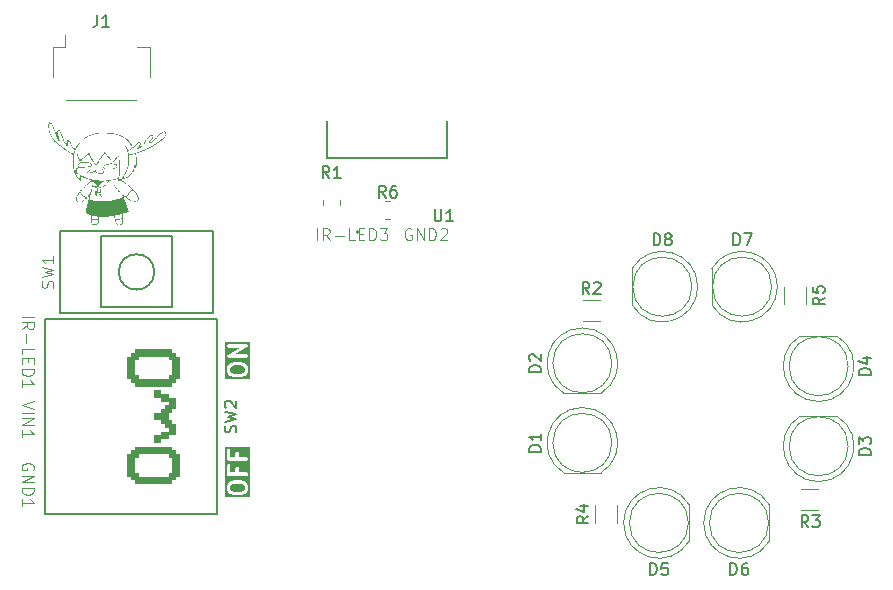
<source format=gbr>
%TF.GenerationSoftware,KiCad,Pcbnew,9.0.1*%
%TF.CreationDate,2025-06-19T23:09:26+02:00*%
%TF.ProjectId,Night-Gogle,4e696768-742d-4476-9f67-6c652e6b6963,rev?*%
%TF.SameCoordinates,Original*%
%TF.FileFunction,Legend,Top*%
%TF.FilePolarity,Positive*%
%FSLAX46Y46*%
G04 Gerber Fmt 4.6, Leading zero omitted, Abs format (unit mm)*
G04 Created by KiCad (PCBNEW 9.0.1) date 2025-06-19 23:09:26*
%MOMM*%
%LPD*%
G01*
G04 APERTURE LIST*
%ADD10C,0.300000*%
%ADD11C,0.150000*%
%ADD12C,0.100000*%
%ADD13C,0.120000*%
%ADD14C,0.200000*%
%ADD15C,0.127000*%
%ADD16C,0.000000*%
%ADD17C,0.152400*%
G04 APERTURE END LIST*
D10*
G36*
X77509854Y-78223790D02*
G01*
X77606121Y-78320057D01*
X77650828Y-78409469D01*
X77650828Y-78624364D01*
X77606122Y-78713777D01*
X77509854Y-78810044D01*
X77282364Y-78866917D01*
X76819292Y-78866917D01*
X76591801Y-78810044D01*
X76495535Y-78713778D01*
X76450828Y-78624364D01*
X76450828Y-78409470D01*
X76495535Y-78320056D01*
X76591801Y-78223790D01*
X76819292Y-78166917D01*
X77282363Y-78166917D01*
X77509854Y-78223790D01*
G37*
G36*
X78117495Y-79333584D02*
G01*
X75984161Y-79333584D01*
X75984161Y-78374060D01*
X76150828Y-78374060D01*
X76150828Y-78659774D01*
X76151550Y-78674477D01*
X76152590Y-78679707D01*
X76152968Y-78685021D01*
X76155452Y-78694092D01*
X76157287Y-78703317D01*
X76159325Y-78708238D01*
X76160734Y-78713382D01*
X76166664Y-78726856D01*
X76238093Y-78869714D01*
X76239507Y-78872226D01*
X76239969Y-78873341D01*
X76241020Y-78874915D01*
X76245314Y-78882542D01*
X76251081Y-78889972D01*
X76256305Y-78897791D01*
X76262181Y-78904273D01*
X76263343Y-78905771D01*
X76264254Y-78906561D01*
X76266191Y-78908698D01*
X76409048Y-79051555D01*
X76413185Y-79055305D01*
X76414431Y-79056678D01*
X76415905Y-79057770D01*
X76419955Y-79061441D01*
X76429154Y-79067587D01*
X76438057Y-79074184D01*
X76441369Y-79075748D01*
X76444405Y-79077777D01*
X76454619Y-79082007D01*
X76464645Y-79086744D01*
X76469879Y-79088328D01*
X76471572Y-79089030D01*
X76473387Y-79089391D01*
X76478734Y-79091010D01*
X76764448Y-79162438D01*
X76778887Y-79165304D01*
X76782539Y-79165481D01*
X76786125Y-79166195D01*
X76800828Y-79166917D01*
X77300828Y-79166917D01*
X77315531Y-79166195D01*
X77319116Y-79165481D01*
X77322769Y-79165304D01*
X77337208Y-79162438D01*
X77622922Y-79091010D01*
X77628268Y-79089391D01*
X77630084Y-79089030D01*
X77631776Y-79088328D01*
X77637011Y-79086744D01*
X77647022Y-79082014D01*
X77657251Y-79077778D01*
X77660292Y-79075745D01*
X77663598Y-79074184D01*
X77672496Y-79067591D01*
X77681700Y-79061441D01*
X77685747Y-79057772D01*
X77687225Y-79056678D01*
X77688471Y-79055303D01*
X77692608Y-79051555D01*
X77835466Y-78908698D01*
X77837398Y-78906565D01*
X77838315Y-78905771D01*
X77839482Y-78904267D01*
X77845352Y-78897791D01*
X77850578Y-78889968D01*
X77856343Y-78882541D01*
X77860629Y-78874926D01*
X77861688Y-78873342D01*
X77862152Y-78872220D01*
X77863564Y-78869713D01*
X77934993Y-78726855D01*
X77940922Y-78713381D01*
X77942329Y-78708240D01*
X77944369Y-78703317D01*
X77946204Y-78694088D01*
X77948688Y-78685020D01*
X77949065Y-78679706D01*
X77950106Y-78674477D01*
X77950828Y-78659774D01*
X77950828Y-78374060D01*
X77950106Y-78359357D01*
X77949065Y-78354127D01*
X77948688Y-78348813D01*
X77946203Y-78339741D01*
X77944369Y-78330517D01*
X77942330Y-78325595D01*
X77940922Y-78320452D01*
X77934992Y-78306979D01*
X77863564Y-78164121D01*
X77862151Y-78161610D01*
X77861688Y-78160493D01*
X77860632Y-78158913D01*
X77856343Y-78151293D01*
X77850577Y-78143864D01*
X77845352Y-78136044D01*
X77839475Y-78129561D01*
X77838314Y-78128064D01*
X77837402Y-78127273D01*
X77835466Y-78125137D01*
X77692608Y-77982280D01*
X77688466Y-77978526D01*
X77687225Y-77977158D01*
X77685753Y-77976067D01*
X77681700Y-77972394D01*
X77672488Y-77966238D01*
X77663599Y-77959652D01*
X77660295Y-77958091D01*
X77657251Y-77956057D01*
X77647019Y-77951819D01*
X77637011Y-77947091D01*
X77631776Y-77945506D01*
X77630084Y-77944805D01*
X77628268Y-77944443D01*
X77622922Y-77942825D01*
X77337209Y-77871396D01*
X77322769Y-77868530D01*
X77319116Y-77868352D01*
X77315531Y-77867639D01*
X77300828Y-77866917D01*
X76800828Y-77866917D01*
X76786125Y-77867639D01*
X76782539Y-77868352D01*
X76778886Y-77868530D01*
X76764447Y-77871396D01*
X76478733Y-77942825D01*
X76473385Y-77944444D01*
X76471572Y-77944805D01*
X76469880Y-77945505D01*
X76464645Y-77947091D01*
X76454625Y-77951824D01*
X76444405Y-77956058D01*
X76441364Y-77958089D01*
X76438057Y-77959652D01*
X76429164Y-77966241D01*
X76419955Y-77972394D01*
X76415903Y-77976066D01*
X76414430Y-77977158D01*
X76413185Y-77978529D01*
X76409048Y-77982280D01*
X76266191Y-78125137D01*
X76264258Y-78127268D01*
X76263343Y-78128063D01*
X76262175Y-78129566D01*
X76256305Y-78136044D01*
X76251082Y-78143859D01*
X76245314Y-78151293D01*
X76241020Y-78158919D01*
X76239969Y-78160494D01*
X76239507Y-78161608D01*
X76238093Y-78164121D01*
X76166664Y-78306978D01*
X76160734Y-78320451D01*
X76159324Y-78325597D01*
X76157287Y-78330517D01*
X76155452Y-78339737D01*
X76152968Y-78348812D01*
X76152590Y-78354127D01*
X76151550Y-78359357D01*
X76150828Y-78374060D01*
X75984161Y-78374060D01*
X75984161Y-77378300D01*
X76150888Y-77378300D01*
X76151550Y-77383507D01*
X76151550Y-77388763D01*
X76153400Y-77398065D01*
X76154596Y-77407470D01*
X76156262Y-77412451D01*
X76157287Y-77417603D01*
X76160915Y-77426363D01*
X76163924Y-77435357D01*
X76166530Y-77439917D01*
X76168540Y-77444770D01*
X76173808Y-77452654D01*
X76178513Y-77460888D01*
X76181957Y-77464850D01*
X76184876Y-77469219D01*
X76191585Y-77475928D01*
X76197803Y-77483082D01*
X76201952Y-77486295D01*
X76205669Y-77490012D01*
X76213556Y-77495282D01*
X76221052Y-77501087D01*
X76225751Y-77503430D01*
X76230118Y-77506348D01*
X76238880Y-77509977D01*
X76247366Y-77514209D01*
X76252432Y-77515590D01*
X76257285Y-77517601D01*
X76266582Y-77519450D01*
X76275735Y-77521947D01*
X76280976Y-77522313D01*
X76286125Y-77523338D01*
X76300828Y-77524060D01*
X77800828Y-77524060D01*
X77815531Y-77523338D01*
X77844371Y-77517601D01*
X77871538Y-77506348D01*
X77895987Y-77490012D01*
X77916780Y-77469219D01*
X77933116Y-77444770D01*
X77944369Y-77417603D01*
X77950106Y-77388763D01*
X77950106Y-77359357D01*
X77944369Y-77330517D01*
X77933116Y-77303350D01*
X77916780Y-77278901D01*
X77895987Y-77258108D01*
X77871538Y-77241772D01*
X77844371Y-77230519D01*
X77815531Y-77224782D01*
X77800828Y-77224060D01*
X76865662Y-77224060D01*
X77875249Y-76647153D01*
X77887657Y-76639232D01*
X77891622Y-76635785D01*
X77895987Y-76632869D01*
X77902694Y-76626161D01*
X77909850Y-76619942D01*
X77913063Y-76615792D01*
X77916780Y-76612076D01*
X77922050Y-76604188D01*
X77927855Y-76596693D01*
X77930199Y-76591992D01*
X77933116Y-76587627D01*
X77936742Y-76578872D01*
X77940978Y-76570379D01*
X77942361Y-76565307D01*
X77944369Y-76560460D01*
X77946217Y-76551167D01*
X77948715Y-76542010D01*
X77949081Y-76536768D01*
X77950106Y-76531620D01*
X77950106Y-76522135D01*
X77950768Y-76512677D01*
X77950106Y-76507469D01*
X77950106Y-76502214D01*
X77948255Y-76492912D01*
X77947060Y-76483506D01*
X77945393Y-76478522D01*
X77944369Y-76473374D01*
X77940744Y-76464623D01*
X77937733Y-76455620D01*
X77935123Y-76451053D01*
X77933116Y-76446207D01*
X77927852Y-76438329D01*
X77923143Y-76430088D01*
X77919696Y-76426122D01*
X77916780Y-76421758D01*
X77910072Y-76415050D01*
X77903853Y-76407895D01*
X77899703Y-76404681D01*
X77895987Y-76400965D01*
X77888099Y-76395694D01*
X77880604Y-76389890D01*
X77875902Y-76387545D01*
X77871538Y-76384629D01*
X77862787Y-76381004D01*
X77854291Y-76376767D01*
X77849216Y-76375383D01*
X77844371Y-76373376D01*
X77835079Y-76371527D01*
X77825921Y-76369030D01*
X77820679Y-76368663D01*
X77815531Y-76367639D01*
X77800828Y-76366917D01*
X76300828Y-76366917D01*
X76286125Y-76367639D01*
X76257285Y-76373376D01*
X76230118Y-76384629D01*
X76205669Y-76400965D01*
X76184876Y-76421758D01*
X76168540Y-76446207D01*
X76157287Y-76473374D01*
X76151550Y-76502214D01*
X76151550Y-76531620D01*
X76157287Y-76560460D01*
X76168540Y-76587627D01*
X76184876Y-76612076D01*
X76205669Y-76632869D01*
X76230118Y-76649205D01*
X76257285Y-76660458D01*
X76286125Y-76666195D01*
X76300828Y-76666917D01*
X77235993Y-76666917D01*
X76226407Y-77243824D01*
X76214000Y-77251745D01*
X76210037Y-77255189D01*
X76205669Y-77258108D01*
X76198959Y-77264817D01*
X76191806Y-77271035D01*
X76188592Y-77275184D01*
X76184876Y-77278901D01*
X76179605Y-77286788D01*
X76173801Y-77294284D01*
X76171457Y-77298983D01*
X76168540Y-77303350D01*
X76164910Y-77312112D01*
X76160679Y-77320598D01*
X76159297Y-77325664D01*
X76157287Y-77330517D01*
X76155437Y-77339814D01*
X76152941Y-77348967D01*
X76152574Y-77354208D01*
X76151550Y-77359357D01*
X76151550Y-77368841D01*
X76150888Y-77378300D01*
X75984161Y-77378300D01*
X75984161Y-76200250D01*
X78117495Y-76200250D01*
X78117495Y-79333584D01*
G37*
G36*
X77509854Y-88223790D02*
G01*
X77606121Y-88320057D01*
X77650828Y-88409469D01*
X77650828Y-88624364D01*
X77606122Y-88713777D01*
X77509854Y-88810044D01*
X77282364Y-88866917D01*
X76819292Y-88866917D01*
X76591801Y-88810044D01*
X76495535Y-88713778D01*
X76450828Y-88624364D01*
X76450828Y-88409470D01*
X76495535Y-88320056D01*
X76591801Y-88223790D01*
X76819292Y-88166917D01*
X77282363Y-88166917D01*
X77509854Y-88223790D01*
G37*
G36*
X78117495Y-89333584D02*
G01*
X75984161Y-89333584D01*
X75984161Y-88374060D01*
X76150828Y-88374060D01*
X76150828Y-88659774D01*
X76151550Y-88674477D01*
X76152590Y-88679707D01*
X76152968Y-88685021D01*
X76155452Y-88694092D01*
X76157287Y-88703317D01*
X76159325Y-88708238D01*
X76160734Y-88713382D01*
X76166664Y-88726856D01*
X76238093Y-88869714D01*
X76239507Y-88872226D01*
X76239969Y-88873341D01*
X76241020Y-88874915D01*
X76245314Y-88882542D01*
X76251081Y-88889972D01*
X76256305Y-88897791D01*
X76262181Y-88904273D01*
X76263343Y-88905771D01*
X76264254Y-88906561D01*
X76266191Y-88908698D01*
X76409048Y-89051555D01*
X76413185Y-89055305D01*
X76414431Y-89056678D01*
X76415905Y-89057770D01*
X76419955Y-89061441D01*
X76429154Y-89067587D01*
X76438057Y-89074184D01*
X76441369Y-89075748D01*
X76444405Y-89077777D01*
X76454619Y-89082007D01*
X76464645Y-89086744D01*
X76469879Y-89088328D01*
X76471572Y-89089030D01*
X76473387Y-89089391D01*
X76478734Y-89091010D01*
X76764448Y-89162438D01*
X76778887Y-89165304D01*
X76782539Y-89165481D01*
X76786125Y-89166195D01*
X76800828Y-89166917D01*
X77300828Y-89166917D01*
X77315531Y-89166195D01*
X77319116Y-89165481D01*
X77322769Y-89165304D01*
X77337208Y-89162438D01*
X77622922Y-89091010D01*
X77628268Y-89089391D01*
X77630084Y-89089030D01*
X77631776Y-89088328D01*
X77637011Y-89086744D01*
X77647022Y-89082014D01*
X77657251Y-89077778D01*
X77660292Y-89075745D01*
X77663598Y-89074184D01*
X77672496Y-89067591D01*
X77681700Y-89061441D01*
X77685747Y-89057772D01*
X77687225Y-89056678D01*
X77688471Y-89055303D01*
X77692608Y-89051555D01*
X77835466Y-88908698D01*
X77837398Y-88906565D01*
X77838315Y-88905771D01*
X77839482Y-88904267D01*
X77845352Y-88897791D01*
X77850578Y-88889968D01*
X77856343Y-88882541D01*
X77860629Y-88874926D01*
X77861688Y-88873342D01*
X77862152Y-88872220D01*
X77863564Y-88869713D01*
X77934993Y-88726855D01*
X77940922Y-88713381D01*
X77942329Y-88708240D01*
X77944369Y-88703317D01*
X77946204Y-88694088D01*
X77948688Y-88685020D01*
X77949065Y-88679706D01*
X77950106Y-88674477D01*
X77950828Y-88659774D01*
X77950828Y-88374060D01*
X77950106Y-88359357D01*
X77949065Y-88354127D01*
X77948688Y-88348813D01*
X77946203Y-88339741D01*
X77944369Y-88330517D01*
X77942330Y-88325595D01*
X77940922Y-88320452D01*
X77934992Y-88306979D01*
X77863564Y-88164121D01*
X77862151Y-88161610D01*
X77861688Y-88160493D01*
X77860632Y-88158913D01*
X77856343Y-88151293D01*
X77850577Y-88143864D01*
X77845352Y-88136044D01*
X77839475Y-88129561D01*
X77838314Y-88128064D01*
X77837402Y-88127273D01*
X77835466Y-88125137D01*
X77692608Y-87982280D01*
X77688466Y-87978526D01*
X77687225Y-87977158D01*
X77685753Y-87976067D01*
X77681700Y-87972394D01*
X77672488Y-87966238D01*
X77663599Y-87959652D01*
X77660295Y-87958091D01*
X77657251Y-87956057D01*
X77647019Y-87951819D01*
X77637011Y-87947091D01*
X77631776Y-87945506D01*
X77630084Y-87944805D01*
X77628268Y-87944443D01*
X77622922Y-87942825D01*
X77337209Y-87871396D01*
X77322769Y-87868530D01*
X77319116Y-87868352D01*
X77315531Y-87867639D01*
X77300828Y-87866917D01*
X76800828Y-87866917D01*
X76786125Y-87867639D01*
X76782539Y-87868352D01*
X76778886Y-87868530D01*
X76764447Y-87871396D01*
X76478733Y-87942825D01*
X76473385Y-87944444D01*
X76471572Y-87944805D01*
X76469880Y-87945505D01*
X76464645Y-87947091D01*
X76454625Y-87951824D01*
X76444405Y-87956058D01*
X76441364Y-87958089D01*
X76438057Y-87959652D01*
X76429164Y-87966241D01*
X76419955Y-87972394D01*
X76415903Y-87976066D01*
X76414430Y-87977158D01*
X76413185Y-87978529D01*
X76409048Y-87982280D01*
X76266191Y-88125137D01*
X76264258Y-88127268D01*
X76263343Y-88128063D01*
X76262175Y-88129566D01*
X76256305Y-88136044D01*
X76251082Y-88143859D01*
X76245314Y-88151293D01*
X76241020Y-88158919D01*
X76239969Y-88160494D01*
X76239507Y-88161608D01*
X76238093Y-88164121D01*
X76166664Y-88306978D01*
X76160734Y-88320451D01*
X76159324Y-88325597D01*
X76157287Y-88330517D01*
X76155452Y-88339737D01*
X76152968Y-88348812D01*
X76152590Y-88354127D01*
X76151550Y-88359357D01*
X76150828Y-88374060D01*
X75984161Y-88374060D01*
X75984161Y-86659774D01*
X76150828Y-86659774D01*
X76150828Y-87374060D01*
X76151550Y-87388763D01*
X76157287Y-87417603D01*
X76168540Y-87444770D01*
X76184876Y-87469219D01*
X76205669Y-87490012D01*
X76230118Y-87506348D01*
X76257285Y-87517601D01*
X76286125Y-87523338D01*
X76300828Y-87524060D01*
X77800828Y-87524060D01*
X77815531Y-87523338D01*
X77844371Y-87517601D01*
X77871538Y-87506348D01*
X77895987Y-87490012D01*
X77916780Y-87469219D01*
X77933116Y-87444770D01*
X77944369Y-87417603D01*
X77950106Y-87388763D01*
X77950106Y-87359357D01*
X77944369Y-87330517D01*
X77933116Y-87303350D01*
X77916780Y-87278901D01*
X77895987Y-87258108D01*
X77871538Y-87241772D01*
X77844371Y-87230519D01*
X77815531Y-87224782D01*
X77800828Y-87224060D01*
X77165114Y-87224060D01*
X77165114Y-86874060D01*
X77164392Y-86859357D01*
X77158655Y-86830517D01*
X77147402Y-86803350D01*
X77131066Y-86778901D01*
X77110273Y-86758108D01*
X77085824Y-86741772D01*
X77058657Y-86730519D01*
X77029817Y-86724782D01*
X77000411Y-86724782D01*
X76971571Y-86730519D01*
X76944404Y-86741772D01*
X76919955Y-86758108D01*
X76899162Y-86778901D01*
X76882826Y-86803350D01*
X76871573Y-86830517D01*
X76865836Y-86859357D01*
X76865114Y-86874060D01*
X76865114Y-87224060D01*
X76450828Y-87224060D01*
X76450828Y-86659774D01*
X76450106Y-86645071D01*
X76444369Y-86616231D01*
X76433116Y-86589064D01*
X76416780Y-86564615D01*
X76395987Y-86543822D01*
X76371538Y-86527486D01*
X76344371Y-86516233D01*
X76315531Y-86510496D01*
X76286125Y-86510496D01*
X76257285Y-86516233D01*
X76230118Y-86527486D01*
X76205669Y-86543822D01*
X76184876Y-86564615D01*
X76168540Y-86589064D01*
X76157287Y-86616231D01*
X76151550Y-86645071D01*
X76150828Y-86659774D01*
X75984161Y-86659774D01*
X75984161Y-85374060D01*
X76150828Y-85374060D01*
X76150828Y-86088346D01*
X76151550Y-86103049D01*
X76157287Y-86131889D01*
X76168540Y-86159056D01*
X76184876Y-86183505D01*
X76205669Y-86204298D01*
X76230118Y-86220634D01*
X76257285Y-86231887D01*
X76286125Y-86237624D01*
X76300828Y-86238346D01*
X77800828Y-86238346D01*
X77815531Y-86237624D01*
X77844371Y-86231887D01*
X77871538Y-86220634D01*
X77895987Y-86204298D01*
X77916780Y-86183505D01*
X77933116Y-86159056D01*
X77944369Y-86131889D01*
X77950106Y-86103049D01*
X77950106Y-86073643D01*
X77944369Y-86044803D01*
X77933116Y-86017636D01*
X77916780Y-85993187D01*
X77895987Y-85972394D01*
X77871538Y-85956058D01*
X77844371Y-85944805D01*
X77815531Y-85939068D01*
X77800828Y-85938346D01*
X77165114Y-85938346D01*
X77165114Y-85588346D01*
X77164392Y-85573643D01*
X77158655Y-85544803D01*
X77147402Y-85517636D01*
X77131066Y-85493187D01*
X77110273Y-85472394D01*
X77085824Y-85456058D01*
X77058657Y-85444805D01*
X77029817Y-85439068D01*
X77000411Y-85439068D01*
X76971571Y-85444805D01*
X76944404Y-85456058D01*
X76919955Y-85472394D01*
X76899162Y-85493187D01*
X76882826Y-85517636D01*
X76871573Y-85544803D01*
X76865836Y-85573643D01*
X76865114Y-85588346D01*
X76865114Y-85938346D01*
X76450828Y-85938346D01*
X76450828Y-85374060D01*
X76450106Y-85359357D01*
X76444369Y-85330517D01*
X76433116Y-85303350D01*
X76416780Y-85278901D01*
X76395987Y-85258108D01*
X76371538Y-85241772D01*
X76344371Y-85230519D01*
X76315531Y-85224782D01*
X76286125Y-85224782D01*
X76257285Y-85230519D01*
X76230118Y-85241772D01*
X76205669Y-85258108D01*
X76184876Y-85278901D01*
X76168540Y-85303350D01*
X76157287Y-85330517D01*
X76151550Y-85359357D01*
X76150828Y-85374060D01*
X75984161Y-85374060D01*
X75984161Y-85058115D01*
X78117495Y-85058115D01*
X78117495Y-89333584D01*
G37*
D11*
X65166666Y-48474819D02*
X65166666Y-49189104D01*
X65166666Y-49189104D02*
X65119047Y-49331961D01*
X65119047Y-49331961D02*
X65023809Y-49427200D01*
X65023809Y-49427200D02*
X64880952Y-49474819D01*
X64880952Y-49474819D02*
X64785714Y-49474819D01*
X66166666Y-49474819D02*
X65595238Y-49474819D01*
X65880952Y-49474819D02*
X65880952Y-48474819D01*
X65880952Y-48474819D02*
X65785714Y-48617676D01*
X65785714Y-48617676D02*
X65690476Y-48712914D01*
X65690476Y-48712914D02*
X65595238Y-48760533D01*
X93738095Y-64954819D02*
X93738095Y-65764342D01*
X93738095Y-65764342D02*
X93785714Y-65859580D01*
X93785714Y-65859580D02*
X93833333Y-65907200D01*
X93833333Y-65907200D02*
X93928571Y-65954819D01*
X93928571Y-65954819D02*
X94119047Y-65954819D01*
X94119047Y-65954819D02*
X94214285Y-65907200D01*
X94214285Y-65907200D02*
X94261904Y-65859580D01*
X94261904Y-65859580D02*
X94309523Y-65764342D01*
X94309523Y-65764342D02*
X94309523Y-64954819D01*
X95309523Y-65954819D02*
X94738095Y-65954819D01*
X95023809Y-65954819D02*
X95023809Y-64954819D01*
X95023809Y-64954819D02*
X94928571Y-65097676D01*
X94928571Y-65097676D02*
X94833333Y-65192914D01*
X94833333Y-65192914D02*
X94738095Y-65240533D01*
D12*
X61409800Y-71583332D02*
X61457419Y-71440475D01*
X61457419Y-71440475D02*
X61457419Y-71202380D01*
X61457419Y-71202380D02*
X61409800Y-71107142D01*
X61409800Y-71107142D02*
X61362180Y-71059523D01*
X61362180Y-71059523D02*
X61266942Y-71011904D01*
X61266942Y-71011904D02*
X61171704Y-71011904D01*
X61171704Y-71011904D02*
X61076466Y-71059523D01*
X61076466Y-71059523D02*
X61028847Y-71107142D01*
X61028847Y-71107142D02*
X60981228Y-71202380D01*
X60981228Y-71202380D02*
X60933609Y-71392856D01*
X60933609Y-71392856D02*
X60885990Y-71488094D01*
X60885990Y-71488094D02*
X60838371Y-71535713D01*
X60838371Y-71535713D02*
X60743133Y-71583332D01*
X60743133Y-71583332D02*
X60647895Y-71583332D01*
X60647895Y-71583332D02*
X60552657Y-71535713D01*
X60552657Y-71535713D02*
X60505038Y-71488094D01*
X60505038Y-71488094D02*
X60457419Y-71392856D01*
X60457419Y-71392856D02*
X60457419Y-71154761D01*
X60457419Y-71154761D02*
X60505038Y-71011904D01*
X60457419Y-70678570D02*
X61457419Y-70440475D01*
X61457419Y-70440475D02*
X60743133Y-70249999D01*
X60743133Y-70249999D02*
X61457419Y-70059523D01*
X61457419Y-70059523D02*
X60457419Y-69821428D01*
X61457419Y-68916666D02*
X61457419Y-69488094D01*
X61457419Y-69202380D02*
X60457419Y-69202380D01*
X60457419Y-69202380D02*
X60600276Y-69297618D01*
X60600276Y-69297618D02*
X60695514Y-69392856D01*
X60695514Y-69392856D02*
X60743133Y-69488094D01*
D11*
X89583333Y-63954819D02*
X89250000Y-63478628D01*
X89011905Y-63954819D02*
X89011905Y-62954819D01*
X89011905Y-62954819D02*
X89392857Y-62954819D01*
X89392857Y-62954819D02*
X89488095Y-63002438D01*
X89488095Y-63002438D02*
X89535714Y-63050057D01*
X89535714Y-63050057D02*
X89583333Y-63145295D01*
X89583333Y-63145295D02*
X89583333Y-63288152D01*
X89583333Y-63288152D02*
X89535714Y-63383390D01*
X89535714Y-63383390D02*
X89488095Y-63431009D01*
X89488095Y-63431009D02*
X89392857Y-63478628D01*
X89392857Y-63478628D02*
X89011905Y-63478628D01*
X90440476Y-62954819D02*
X90250000Y-62954819D01*
X90250000Y-62954819D02*
X90154762Y-63002438D01*
X90154762Y-63002438D02*
X90107143Y-63050057D01*
X90107143Y-63050057D02*
X90011905Y-63192914D01*
X90011905Y-63192914D02*
X89964286Y-63383390D01*
X89964286Y-63383390D02*
X89964286Y-63764342D01*
X89964286Y-63764342D02*
X90011905Y-63859580D01*
X90011905Y-63859580D02*
X90059524Y-63907200D01*
X90059524Y-63907200D02*
X90154762Y-63954819D01*
X90154762Y-63954819D02*
X90345238Y-63954819D01*
X90345238Y-63954819D02*
X90440476Y-63907200D01*
X90440476Y-63907200D02*
X90488095Y-63859580D01*
X90488095Y-63859580D02*
X90535714Y-63764342D01*
X90535714Y-63764342D02*
X90535714Y-63526247D01*
X90535714Y-63526247D02*
X90488095Y-63431009D01*
X90488095Y-63431009D02*
X90440476Y-63383390D01*
X90440476Y-63383390D02*
X90345238Y-63335771D01*
X90345238Y-63335771D02*
X90154762Y-63335771D01*
X90154762Y-63335771D02*
X90059524Y-63383390D01*
X90059524Y-63383390D02*
X90011905Y-63431009D01*
X90011905Y-63431009D02*
X89964286Y-63526247D01*
X102744819Y-78718094D02*
X101744819Y-78718094D01*
X101744819Y-78718094D02*
X101744819Y-78479999D01*
X101744819Y-78479999D02*
X101792438Y-78337142D01*
X101792438Y-78337142D02*
X101887676Y-78241904D01*
X101887676Y-78241904D02*
X101982914Y-78194285D01*
X101982914Y-78194285D02*
X102173390Y-78146666D01*
X102173390Y-78146666D02*
X102316247Y-78146666D01*
X102316247Y-78146666D02*
X102506723Y-78194285D01*
X102506723Y-78194285D02*
X102601961Y-78241904D01*
X102601961Y-78241904D02*
X102697200Y-78337142D01*
X102697200Y-78337142D02*
X102744819Y-78479999D01*
X102744819Y-78479999D02*
X102744819Y-78718094D01*
X101840057Y-77765713D02*
X101792438Y-77718094D01*
X101792438Y-77718094D02*
X101744819Y-77622856D01*
X101744819Y-77622856D02*
X101744819Y-77384761D01*
X101744819Y-77384761D02*
X101792438Y-77289523D01*
X101792438Y-77289523D02*
X101840057Y-77241904D01*
X101840057Y-77241904D02*
X101935295Y-77194285D01*
X101935295Y-77194285D02*
X102030533Y-77194285D01*
X102030533Y-77194285D02*
X102173390Y-77241904D01*
X102173390Y-77241904D02*
X102744819Y-77813332D01*
X102744819Y-77813332D02*
X102744819Y-77194285D01*
X119031905Y-67994819D02*
X119031905Y-66994819D01*
X119031905Y-66994819D02*
X119270000Y-66994819D01*
X119270000Y-66994819D02*
X119412857Y-67042438D01*
X119412857Y-67042438D02*
X119508095Y-67137676D01*
X119508095Y-67137676D02*
X119555714Y-67232914D01*
X119555714Y-67232914D02*
X119603333Y-67423390D01*
X119603333Y-67423390D02*
X119603333Y-67566247D01*
X119603333Y-67566247D02*
X119555714Y-67756723D01*
X119555714Y-67756723D02*
X119508095Y-67851961D01*
X119508095Y-67851961D02*
X119412857Y-67947200D01*
X119412857Y-67947200D02*
X119270000Y-67994819D01*
X119270000Y-67994819D02*
X119031905Y-67994819D01*
X119936667Y-66994819D02*
X120603333Y-66994819D01*
X120603333Y-66994819D02*
X120174762Y-67994819D01*
X106754819Y-90916666D02*
X106278628Y-91249999D01*
X106754819Y-91488094D02*
X105754819Y-91488094D01*
X105754819Y-91488094D02*
X105754819Y-91107142D01*
X105754819Y-91107142D02*
X105802438Y-91011904D01*
X105802438Y-91011904D02*
X105850057Y-90964285D01*
X105850057Y-90964285D02*
X105945295Y-90916666D01*
X105945295Y-90916666D02*
X106088152Y-90916666D01*
X106088152Y-90916666D02*
X106183390Y-90964285D01*
X106183390Y-90964285D02*
X106231009Y-91011904D01*
X106231009Y-91011904D02*
X106278628Y-91107142D01*
X106278628Y-91107142D02*
X106278628Y-91488094D01*
X106088152Y-90059523D02*
X106754819Y-90059523D01*
X105707200Y-90297618D02*
X106421485Y-90535713D01*
X106421485Y-90535713D02*
X106421485Y-89916666D01*
X126754819Y-72416666D02*
X126278628Y-72749999D01*
X126754819Y-72988094D02*
X125754819Y-72988094D01*
X125754819Y-72988094D02*
X125754819Y-72607142D01*
X125754819Y-72607142D02*
X125802438Y-72511904D01*
X125802438Y-72511904D02*
X125850057Y-72464285D01*
X125850057Y-72464285D02*
X125945295Y-72416666D01*
X125945295Y-72416666D02*
X126088152Y-72416666D01*
X126088152Y-72416666D02*
X126183390Y-72464285D01*
X126183390Y-72464285D02*
X126231009Y-72511904D01*
X126231009Y-72511904D02*
X126278628Y-72607142D01*
X126278628Y-72607142D02*
X126278628Y-72988094D01*
X125754819Y-71511904D02*
X125754819Y-71988094D01*
X125754819Y-71988094D02*
X126231009Y-72035713D01*
X126231009Y-72035713D02*
X126183390Y-71988094D01*
X126183390Y-71988094D02*
X126135771Y-71892856D01*
X126135771Y-71892856D02*
X126135771Y-71654761D01*
X126135771Y-71654761D02*
X126183390Y-71559523D01*
X126183390Y-71559523D02*
X126231009Y-71511904D01*
X126231009Y-71511904D02*
X126326247Y-71464285D01*
X126326247Y-71464285D02*
X126564342Y-71464285D01*
X126564342Y-71464285D02*
X126659580Y-71511904D01*
X126659580Y-71511904D02*
X126707200Y-71559523D01*
X126707200Y-71559523D02*
X126754819Y-71654761D01*
X126754819Y-71654761D02*
X126754819Y-71892856D01*
X126754819Y-71892856D02*
X126707200Y-71988094D01*
X126707200Y-71988094D02*
X126659580Y-72035713D01*
X118771905Y-95914819D02*
X118771905Y-94914819D01*
X118771905Y-94914819D02*
X119010000Y-94914819D01*
X119010000Y-94914819D02*
X119152857Y-94962438D01*
X119152857Y-94962438D02*
X119248095Y-95057676D01*
X119248095Y-95057676D02*
X119295714Y-95152914D01*
X119295714Y-95152914D02*
X119343333Y-95343390D01*
X119343333Y-95343390D02*
X119343333Y-95486247D01*
X119343333Y-95486247D02*
X119295714Y-95676723D01*
X119295714Y-95676723D02*
X119248095Y-95771961D01*
X119248095Y-95771961D02*
X119152857Y-95867200D01*
X119152857Y-95867200D02*
X119010000Y-95914819D01*
X119010000Y-95914819D02*
X118771905Y-95914819D01*
X120200476Y-94914819D02*
X120010000Y-94914819D01*
X120010000Y-94914819D02*
X119914762Y-94962438D01*
X119914762Y-94962438D02*
X119867143Y-95010057D01*
X119867143Y-95010057D02*
X119771905Y-95152914D01*
X119771905Y-95152914D02*
X119724286Y-95343390D01*
X119724286Y-95343390D02*
X119724286Y-95724342D01*
X119724286Y-95724342D02*
X119771905Y-95819580D01*
X119771905Y-95819580D02*
X119819524Y-95867200D01*
X119819524Y-95867200D02*
X119914762Y-95914819D01*
X119914762Y-95914819D02*
X120105238Y-95914819D01*
X120105238Y-95914819D02*
X120200476Y-95867200D01*
X120200476Y-95867200D02*
X120248095Y-95819580D01*
X120248095Y-95819580D02*
X120295714Y-95724342D01*
X120295714Y-95724342D02*
X120295714Y-95486247D01*
X120295714Y-95486247D02*
X120248095Y-95391009D01*
X120248095Y-95391009D02*
X120200476Y-95343390D01*
X120200476Y-95343390D02*
X120105238Y-95295771D01*
X120105238Y-95295771D02*
X119914762Y-95295771D01*
X119914762Y-95295771D02*
X119819524Y-95343390D01*
X119819524Y-95343390D02*
X119771905Y-95391009D01*
X119771905Y-95391009D02*
X119724286Y-95486247D01*
X102744819Y-85458094D02*
X101744819Y-85458094D01*
X101744819Y-85458094D02*
X101744819Y-85219999D01*
X101744819Y-85219999D02*
X101792438Y-85077142D01*
X101792438Y-85077142D02*
X101887676Y-84981904D01*
X101887676Y-84981904D02*
X101982914Y-84934285D01*
X101982914Y-84934285D02*
X102173390Y-84886666D01*
X102173390Y-84886666D02*
X102316247Y-84886666D01*
X102316247Y-84886666D02*
X102506723Y-84934285D01*
X102506723Y-84934285D02*
X102601961Y-84981904D01*
X102601961Y-84981904D02*
X102697200Y-85077142D01*
X102697200Y-85077142D02*
X102744819Y-85219999D01*
X102744819Y-85219999D02*
X102744819Y-85458094D01*
X102744819Y-83934285D02*
X102744819Y-84505713D01*
X102744819Y-84219999D02*
X101744819Y-84219999D01*
X101744819Y-84219999D02*
X101887676Y-84315237D01*
X101887676Y-84315237D02*
X101982914Y-84410475D01*
X101982914Y-84410475D02*
X102030533Y-84505713D01*
D12*
X59792580Y-81178572D02*
X58792580Y-81511905D01*
X58792580Y-81511905D02*
X59792580Y-81845238D01*
X58792580Y-82178572D02*
X59792580Y-82178572D01*
X58792580Y-82654762D02*
X59792580Y-82654762D01*
X59792580Y-82654762D02*
X58792580Y-83226190D01*
X58792580Y-83226190D02*
X59792580Y-83226190D01*
X58792580Y-84226190D02*
X58792580Y-83654762D01*
X58792580Y-83940476D02*
X59792580Y-83940476D01*
X59792580Y-83940476D02*
X59649723Y-83845238D01*
X59649723Y-83845238D02*
X59554485Y-83750000D01*
X59554485Y-83750000D02*
X59506866Y-83654762D01*
X91761904Y-66605038D02*
X91666666Y-66557419D01*
X91666666Y-66557419D02*
X91523809Y-66557419D01*
X91523809Y-66557419D02*
X91380952Y-66605038D01*
X91380952Y-66605038D02*
X91285714Y-66700276D01*
X91285714Y-66700276D02*
X91238095Y-66795514D01*
X91238095Y-66795514D02*
X91190476Y-66985990D01*
X91190476Y-66985990D02*
X91190476Y-67128847D01*
X91190476Y-67128847D02*
X91238095Y-67319323D01*
X91238095Y-67319323D02*
X91285714Y-67414561D01*
X91285714Y-67414561D02*
X91380952Y-67509800D01*
X91380952Y-67509800D02*
X91523809Y-67557419D01*
X91523809Y-67557419D02*
X91619047Y-67557419D01*
X91619047Y-67557419D02*
X91761904Y-67509800D01*
X91761904Y-67509800D02*
X91809523Y-67462180D01*
X91809523Y-67462180D02*
X91809523Y-67128847D01*
X91809523Y-67128847D02*
X91619047Y-67128847D01*
X92238095Y-67557419D02*
X92238095Y-66557419D01*
X92238095Y-66557419D02*
X92809523Y-67557419D01*
X92809523Y-67557419D02*
X92809523Y-66557419D01*
X93285714Y-67557419D02*
X93285714Y-66557419D01*
X93285714Y-66557419D02*
X93523809Y-66557419D01*
X93523809Y-66557419D02*
X93666666Y-66605038D01*
X93666666Y-66605038D02*
X93761904Y-66700276D01*
X93761904Y-66700276D02*
X93809523Y-66795514D01*
X93809523Y-66795514D02*
X93857142Y-66985990D01*
X93857142Y-66985990D02*
X93857142Y-67128847D01*
X93857142Y-67128847D02*
X93809523Y-67319323D01*
X93809523Y-67319323D02*
X93761904Y-67414561D01*
X93761904Y-67414561D02*
X93666666Y-67509800D01*
X93666666Y-67509800D02*
X93523809Y-67557419D01*
X93523809Y-67557419D02*
X93285714Y-67557419D01*
X94238095Y-66652657D02*
X94285714Y-66605038D01*
X94285714Y-66605038D02*
X94380952Y-66557419D01*
X94380952Y-66557419D02*
X94619047Y-66557419D01*
X94619047Y-66557419D02*
X94714285Y-66605038D01*
X94714285Y-66605038D02*
X94761904Y-66652657D01*
X94761904Y-66652657D02*
X94809523Y-66747895D01*
X94809523Y-66747895D02*
X94809523Y-66843133D01*
X94809523Y-66843133D02*
X94761904Y-66985990D01*
X94761904Y-66985990D02*
X94190476Y-67557419D01*
X94190476Y-67557419D02*
X94809523Y-67557419D01*
D11*
X130664819Y-85748094D02*
X129664819Y-85748094D01*
X129664819Y-85748094D02*
X129664819Y-85509999D01*
X129664819Y-85509999D02*
X129712438Y-85367142D01*
X129712438Y-85367142D02*
X129807676Y-85271904D01*
X129807676Y-85271904D02*
X129902914Y-85224285D01*
X129902914Y-85224285D02*
X130093390Y-85176666D01*
X130093390Y-85176666D02*
X130236247Y-85176666D01*
X130236247Y-85176666D02*
X130426723Y-85224285D01*
X130426723Y-85224285D02*
X130521961Y-85271904D01*
X130521961Y-85271904D02*
X130617200Y-85367142D01*
X130617200Y-85367142D02*
X130664819Y-85509999D01*
X130664819Y-85509999D02*
X130664819Y-85748094D01*
X129664819Y-84843332D02*
X129664819Y-84224285D01*
X129664819Y-84224285D02*
X130045771Y-84557618D01*
X130045771Y-84557618D02*
X130045771Y-84414761D01*
X130045771Y-84414761D02*
X130093390Y-84319523D01*
X130093390Y-84319523D02*
X130141009Y-84271904D01*
X130141009Y-84271904D02*
X130236247Y-84224285D01*
X130236247Y-84224285D02*
X130474342Y-84224285D01*
X130474342Y-84224285D02*
X130569580Y-84271904D01*
X130569580Y-84271904D02*
X130617200Y-84319523D01*
X130617200Y-84319523D02*
X130664819Y-84414761D01*
X130664819Y-84414761D02*
X130664819Y-84700475D01*
X130664819Y-84700475D02*
X130617200Y-84795713D01*
X130617200Y-84795713D02*
X130569580Y-84843332D01*
X106833333Y-72114819D02*
X106500000Y-71638628D01*
X106261905Y-72114819D02*
X106261905Y-71114819D01*
X106261905Y-71114819D02*
X106642857Y-71114819D01*
X106642857Y-71114819D02*
X106738095Y-71162438D01*
X106738095Y-71162438D02*
X106785714Y-71210057D01*
X106785714Y-71210057D02*
X106833333Y-71305295D01*
X106833333Y-71305295D02*
X106833333Y-71448152D01*
X106833333Y-71448152D02*
X106785714Y-71543390D01*
X106785714Y-71543390D02*
X106738095Y-71591009D01*
X106738095Y-71591009D02*
X106642857Y-71638628D01*
X106642857Y-71638628D02*
X106261905Y-71638628D01*
X107214286Y-71210057D02*
X107261905Y-71162438D01*
X107261905Y-71162438D02*
X107357143Y-71114819D01*
X107357143Y-71114819D02*
X107595238Y-71114819D01*
X107595238Y-71114819D02*
X107690476Y-71162438D01*
X107690476Y-71162438D02*
X107738095Y-71210057D01*
X107738095Y-71210057D02*
X107785714Y-71305295D01*
X107785714Y-71305295D02*
X107785714Y-71400533D01*
X107785714Y-71400533D02*
X107738095Y-71543390D01*
X107738095Y-71543390D02*
X107166667Y-72114819D01*
X107166667Y-72114819D02*
X107785714Y-72114819D01*
X125383333Y-91864819D02*
X125050000Y-91388628D01*
X124811905Y-91864819D02*
X124811905Y-90864819D01*
X124811905Y-90864819D02*
X125192857Y-90864819D01*
X125192857Y-90864819D02*
X125288095Y-90912438D01*
X125288095Y-90912438D02*
X125335714Y-90960057D01*
X125335714Y-90960057D02*
X125383333Y-91055295D01*
X125383333Y-91055295D02*
X125383333Y-91198152D01*
X125383333Y-91198152D02*
X125335714Y-91293390D01*
X125335714Y-91293390D02*
X125288095Y-91341009D01*
X125288095Y-91341009D02*
X125192857Y-91388628D01*
X125192857Y-91388628D02*
X124811905Y-91388628D01*
X125716667Y-90864819D02*
X126335714Y-90864819D01*
X126335714Y-90864819D02*
X126002381Y-91245771D01*
X126002381Y-91245771D02*
X126145238Y-91245771D01*
X126145238Y-91245771D02*
X126240476Y-91293390D01*
X126240476Y-91293390D02*
X126288095Y-91341009D01*
X126288095Y-91341009D02*
X126335714Y-91436247D01*
X126335714Y-91436247D02*
X126335714Y-91674342D01*
X126335714Y-91674342D02*
X126288095Y-91769580D01*
X126288095Y-91769580D02*
X126240476Y-91817200D01*
X126240476Y-91817200D02*
X126145238Y-91864819D01*
X126145238Y-91864819D02*
X125859524Y-91864819D01*
X125859524Y-91864819D02*
X125764286Y-91817200D01*
X125764286Y-91817200D02*
X125716667Y-91769580D01*
X76907200Y-83833332D02*
X76954819Y-83690475D01*
X76954819Y-83690475D02*
X76954819Y-83452380D01*
X76954819Y-83452380D02*
X76907200Y-83357142D01*
X76907200Y-83357142D02*
X76859580Y-83309523D01*
X76859580Y-83309523D02*
X76764342Y-83261904D01*
X76764342Y-83261904D02*
X76669104Y-83261904D01*
X76669104Y-83261904D02*
X76573866Y-83309523D01*
X76573866Y-83309523D02*
X76526247Y-83357142D01*
X76526247Y-83357142D02*
X76478628Y-83452380D01*
X76478628Y-83452380D02*
X76431009Y-83642856D01*
X76431009Y-83642856D02*
X76383390Y-83738094D01*
X76383390Y-83738094D02*
X76335771Y-83785713D01*
X76335771Y-83785713D02*
X76240533Y-83833332D01*
X76240533Y-83833332D02*
X76145295Y-83833332D01*
X76145295Y-83833332D02*
X76050057Y-83785713D01*
X76050057Y-83785713D02*
X76002438Y-83738094D01*
X76002438Y-83738094D02*
X75954819Y-83642856D01*
X75954819Y-83642856D02*
X75954819Y-83404761D01*
X75954819Y-83404761D02*
X76002438Y-83261904D01*
X75954819Y-82928570D02*
X76954819Y-82690475D01*
X76954819Y-82690475D02*
X76240533Y-82499999D01*
X76240533Y-82499999D02*
X76954819Y-82309523D01*
X76954819Y-82309523D02*
X75954819Y-82071428D01*
X76050057Y-81738094D02*
X76002438Y-81690475D01*
X76002438Y-81690475D02*
X75954819Y-81595237D01*
X75954819Y-81595237D02*
X75954819Y-81357142D01*
X75954819Y-81357142D02*
X76002438Y-81261904D01*
X76002438Y-81261904D02*
X76050057Y-81214285D01*
X76050057Y-81214285D02*
X76145295Y-81166666D01*
X76145295Y-81166666D02*
X76240533Y-81166666D01*
X76240533Y-81166666D02*
X76383390Y-81214285D01*
X76383390Y-81214285D02*
X76954819Y-81785713D01*
X76954819Y-81785713D02*
X76954819Y-81166666D01*
X130664819Y-78968094D02*
X129664819Y-78968094D01*
X129664819Y-78968094D02*
X129664819Y-78729999D01*
X129664819Y-78729999D02*
X129712438Y-78587142D01*
X129712438Y-78587142D02*
X129807676Y-78491904D01*
X129807676Y-78491904D02*
X129902914Y-78444285D01*
X129902914Y-78444285D02*
X130093390Y-78396666D01*
X130093390Y-78396666D02*
X130236247Y-78396666D01*
X130236247Y-78396666D02*
X130426723Y-78444285D01*
X130426723Y-78444285D02*
X130521961Y-78491904D01*
X130521961Y-78491904D02*
X130617200Y-78587142D01*
X130617200Y-78587142D02*
X130664819Y-78729999D01*
X130664819Y-78729999D02*
X130664819Y-78968094D01*
X129998152Y-77539523D02*
X130664819Y-77539523D01*
X129617200Y-77777618D02*
X130331485Y-78015713D01*
X130331485Y-78015713D02*
X130331485Y-77396666D01*
D12*
X83797619Y-67557419D02*
X83797619Y-66557419D01*
X84845237Y-67557419D02*
X84511904Y-67081228D01*
X84273809Y-67557419D02*
X84273809Y-66557419D01*
X84273809Y-66557419D02*
X84654761Y-66557419D01*
X84654761Y-66557419D02*
X84749999Y-66605038D01*
X84749999Y-66605038D02*
X84797618Y-66652657D01*
X84797618Y-66652657D02*
X84845237Y-66747895D01*
X84845237Y-66747895D02*
X84845237Y-66890752D01*
X84845237Y-66890752D02*
X84797618Y-66985990D01*
X84797618Y-66985990D02*
X84749999Y-67033609D01*
X84749999Y-67033609D02*
X84654761Y-67081228D01*
X84654761Y-67081228D02*
X84273809Y-67081228D01*
X85273809Y-67176466D02*
X86035714Y-67176466D01*
X86988094Y-67557419D02*
X86511904Y-67557419D01*
X86511904Y-67557419D02*
X86511904Y-66557419D01*
X87321428Y-67033609D02*
X87654761Y-67033609D01*
X87797618Y-67557419D02*
X87321428Y-67557419D01*
X87321428Y-67557419D02*
X87321428Y-66557419D01*
X87321428Y-66557419D02*
X87797618Y-66557419D01*
X88226190Y-67557419D02*
X88226190Y-66557419D01*
X88226190Y-66557419D02*
X88464285Y-66557419D01*
X88464285Y-66557419D02*
X88607142Y-66605038D01*
X88607142Y-66605038D02*
X88702380Y-66700276D01*
X88702380Y-66700276D02*
X88749999Y-66795514D01*
X88749999Y-66795514D02*
X88797618Y-66985990D01*
X88797618Y-66985990D02*
X88797618Y-67128847D01*
X88797618Y-67128847D02*
X88749999Y-67319323D01*
X88749999Y-67319323D02*
X88702380Y-67414561D01*
X88702380Y-67414561D02*
X88607142Y-67509800D01*
X88607142Y-67509800D02*
X88464285Y-67557419D01*
X88464285Y-67557419D02*
X88226190Y-67557419D01*
X89130952Y-66557419D02*
X89749999Y-66557419D01*
X89749999Y-66557419D02*
X89416666Y-66938371D01*
X89416666Y-66938371D02*
X89559523Y-66938371D01*
X89559523Y-66938371D02*
X89654761Y-66985990D01*
X89654761Y-66985990D02*
X89702380Y-67033609D01*
X89702380Y-67033609D02*
X89749999Y-67128847D01*
X89749999Y-67128847D02*
X89749999Y-67366942D01*
X89749999Y-67366942D02*
X89702380Y-67462180D01*
X89702380Y-67462180D02*
X89654761Y-67509800D01*
X89654761Y-67509800D02*
X89559523Y-67557419D01*
X89559523Y-67557419D02*
X89273809Y-67557419D01*
X89273809Y-67557419D02*
X89178571Y-67509800D01*
X89178571Y-67509800D02*
X89130952Y-67462180D01*
X59744961Y-87011904D02*
X59792580Y-86916666D01*
X59792580Y-86916666D02*
X59792580Y-86773809D01*
X59792580Y-86773809D02*
X59744961Y-86630952D01*
X59744961Y-86630952D02*
X59649723Y-86535714D01*
X59649723Y-86535714D02*
X59554485Y-86488095D01*
X59554485Y-86488095D02*
X59364009Y-86440476D01*
X59364009Y-86440476D02*
X59221152Y-86440476D01*
X59221152Y-86440476D02*
X59030676Y-86488095D01*
X59030676Y-86488095D02*
X58935438Y-86535714D01*
X58935438Y-86535714D02*
X58840200Y-86630952D01*
X58840200Y-86630952D02*
X58792580Y-86773809D01*
X58792580Y-86773809D02*
X58792580Y-86869047D01*
X58792580Y-86869047D02*
X58840200Y-87011904D01*
X58840200Y-87011904D02*
X58887819Y-87059523D01*
X58887819Y-87059523D02*
X59221152Y-87059523D01*
X59221152Y-87059523D02*
X59221152Y-86869047D01*
X58792580Y-87488095D02*
X59792580Y-87488095D01*
X59792580Y-87488095D02*
X58792580Y-88059523D01*
X58792580Y-88059523D02*
X59792580Y-88059523D01*
X58792580Y-88535714D02*
X59792580Y-88535714D01*
X59792580Y-88535714D02*
X59792580Y-88773809D01*
X59792580Y-88773809D02*
X59744961Y-88916666D01*
X59744961Y-88916666D02*
X59649723Y-89011904D01*
X59649723Y-89011904D02*
X59554485Y-89059523D01*
X59554485Y-89059523D02*
X59364009Y-89107142D01*
X59364009Y-89107142D02*
X59221152Y-89107142D01*
X59221152Y-89107142D02*
X59030676Y-89059523D01*
X59030676Y-89059523D02*
X58935438Y-89011904D01*
X58935438Y-89011904D02*
X58840200Y-88916666D01*
X58840200Y-88916666D02*
X58792580Y-88773809D01*
X58792580Y-88773809D02*
X58792580Y-88535714D01*
X58792580Y-90059523D02*
X58792580Y-89488095D01*
X58792580Y-89773809D02*
X59792580Y-89773809D01*
X59792580Y-89773809D02*
X59649723Y-89678571D01*
X59649723Y-89678571D02*
X59554485Y-89583333D01*
X59554485Y-89583333D02*
X59506866Y-89488095D01*
D11*
X84833333Y-62304819D02*
X84500000Y-61828628D01*
X84261905Y-62304819D02*
X84261905Y-61304819D01*
X84261905Y-61304819D02*
X84642857Y-61304819D01*
X84642857Y-61304819D02*
X84738095Y-61352438D01*
X84738095Y-61352438D02*
X84785714Y-61400057D01*
X84785714Y-61400057D02*
X84833333Y-61495295D01*
X84833333Y-61495295D02*
X84833333Y-61638152D01*
X84833333Y-61638152D02*
X84785714Y-61733390D01*
X84785714Y-61733390D02*
X84738095Y-61781009D01*
X84738095Y-61781009D02*
X84642857Y-61828628D01*
X84642857Y-61828628D02*
X84261905Y-61828628D01*
X85785714Y-62304819D02*
X85214286Y-62304819D01*
X85500000Y-62304819D02*
X85500000Y-61304819D01*
X85500000Y-61304819D02*
X85404762Y-61447676D01*
X85404762Y-61447676D02*
X85309524Y-61542914D01*
X85309524Y-61542914D02*
X85214286Y-61590533D01*
X111991905Y-95914819D02*
X111991905Y-94914819D01*
X111991905Y-94914819D02*
X112230000Y-94914819D01*
X112230000Y-94914819D02*
X112372857Y-94962438D01*
X112372857Y-94962438D02*
X112468095Y-95057676D01*
X112468095Y-95057676D02*
X112515714Y-95152914D01*
X112515714Y-95152914D02*
X112563333Y-95343390D01*
X112563333Y-95343390D02*
X112563333Y-95486247D01*
X112563333Y-95486247D02*
X112515714Y-95676723D01*
X112515714Y-95676723D02*
X112468095Y-95771961D01*
X112468095Y-95771961D02*
X112372857Y-95867200D01*
X112372857Y-95867200D02*
X112230000Y-95914819D01*
X112230000Y-95914819D02*
X111991905Y-95914819D01*
X113468095Y-94914819D02*
X112991905Y-94914819D01*
X112991905Y-94914819D02*
X112944286Y-95391009D01*
X112944286Y-95391009D02*
X112991905Y-95343390D01*
X112991905Y-95343390D02*
X113087143Y-95295771D01*
X113087143Y-95295771D02*
X113325238Y-95295771D01*
X113325238Y-95295771D02*
X113420476Y-95343390D01*
X113420476Y-95343390D02*
X113468095Y-95391009D01*
X113468095Y-95391009D02*
X113515714Y-95486247D01*
X113515714Y-95486247D02*
X113515714Y-95724342D01*
X113515714Y-95724342D02*
X113468095Y-95819580D01*
X113468095Y-95819580D02*
X113420476Y-95867200D01*
X113420476Y-95867200D02*
X113325238Y-95914819D01*
X113325238Y-95914819D02*
X113087143Y-95914819D01*
X113087143Y-95914819D02*
X112991905Y-95867200D01*
X112991905Y-95867200D02*
X112944286Y-95819580D01*
X112281905Y-67994819D02*
X112281905Y-66994819D01*
X112281905Y-66994819D02*
X112520000Y-66994819D01*
X112520000Y-66994819D02*
X112662857Y-67042438D01*
X112662857Y-67042438D02*
X112758095Y-67137676D01*
X112758095Y-67137676D02*
X112805714Y-67232914D01*
X112805714Y-67232914D02*
X112853333Y-67423390D01*
X112853333Y-67423390D02*
X112853333Y-67566247D01*
X112853333Y-67566247D02*
X112805714Y-67756723D01*
X112805714Y-67756723D02*
X112758095Y-67851961D01*
X112758095Y-67851961D02*
X112662857Y-67947200D01*
X112662857Y-67947200D02*
X112520000Y-67994819D01*
X112520000Y-67994819D02*
X112281905Y-67994819D01*
X113424762Y-67423390D02*
X113329524Y-67375771D01*
X113329524Y-67375771D02*
X113281905Y-67328152D01*
X113281905Y-67328152D02*
X113234286Y-67232914D01*
X113234286Y-67232914D02*
X113234286Y-67185295D01*
X113234286Y-67185295D02*
X113281905Y-67090057D01*
X113281905Y-67090057D02*
X113329524Y-67042438D01*
X113329524Y-67042438D02*
X113424762Y-66994819D01*
X113424762Y-66994819D02*
X113615238Y-66994819D01*
X113615238Y-66994819D02*
X113710476Y-67042438D01*
X113710476Y-67042438D02*
X113758095Y-67090057D01*
X113758095Y-67090057D02*
X113805714Y-67185295D01*
X113805714Y-67185295D02*
X113805714Y-67232914D01*
X113805714Y-67232914D02*
X113758095Y-67328152D01*
X113758095Y-67328152D02*
X113710476Y-67375771D01*
X113710476Y-67375771D02*
X113615238Y-67423390D01*
X113615238Y-67423390D02*
X113424762Y-67423390D01*
X113424762Y-67423390D02*
X113329524Y-67471009D01*
X113329524Y-67471009D02*
X113281905Y-67518628D01*
X113281905Y-67518628D02*
X113234286Y-67613866D01*
X113234286Y-67613866D02*
X113234286Y-67804342D01*
X113234286Y-67804342D02*
X113281905Y-67899580D01*
X113281905Y-67899580D02*
X113329524Y-67947200D01*
X113329524Y-67947200D02*
X113424762Y-67994819D01*
X113424762Y-67994819D02*
X113615238Y-67994819D01*
X113615238Y-67994819D02*
X113710476Y-67947200D01*
X113710476Y-67947200D02*
X113758095Y-67899580D01*
X113758095Y-67899580D02*
X113805714Y-67804342D01*
X113805714Y-67804342D02*
X113805714Y-67613866D01*
X113805714Y-67613866D02*
X113758095Y-67518628D01*
X113758095Y-67518628D02*
X113710476Y-67471009D01*
X113710476Y-67471009D02*
X113615238Y-67423390D01*
D12*
X58792580Y-74047619D02*
X59792580Y-74047619D01*
X58792580Y-75095237D02*
X59268771Y-74761904D01*
X58792580Y-74523809D02*
X59792580Y-74523809D01*
X59792580Y-74523809D02*
X59792580Y-74904761D01*
X59792580Y-74904761D02*
X59744961Y-74999999D01*
X59744961Y-74999999D02*
X59697342Y-75047618D01*
X59697342Y-75047618D02*
X59602104Y-75095237D01*
X59602104Y-75095237D02*
X59459247Y-75095237D01*
X59459247Y-75095237D02*
X59364009Y-75047618D01*
X59364009Y-75047618D02*
X59316390Y-74999999D01*
X59316390Y-74999999D02*
X59268771Y-74904761D01*
X59268771Y-74904761D02*
X59268771Y-74523809D01*
X59173533Y-75523809D02*
X59173533Y-76285714D01*
X58792580Y-77238094D02*
X58792580Y-76761904D01*
X58792580Y-76761904D02*
X59792580Y-76761904D01*
X59316390Y-77571428D02*
X59316390Y-77904761D01*
X58792580Y-78047618D02*
X58792580Y-77571428D01*
X58792580Y-77571428D02*
X59792580Y-77571428D01*
X59792580Y-77571428D02*
X59792580Y-78047618D01*
X58792580Y-78476190D02*
X59792580Y-78476190D01*
X59792580Y-78476190D02*
X59792580Y-78714285D01*
X59792580Y-78714285D02*
X59744961Y-78857142D01*
X59744961Y-78857142D02*
X59649723Y-78952380D01*
X59649723Y-78952380D02*
X59554485Y-78999999D01*
X59554485Y-78999999D02*
X59364009Y-79047618D01*
X59364009Y-79047618D02*
X59221152Y-79047618D01*
X59221152Y-79047618D02*
X59030676Y-78999999D01*
X59030676Y-78999999D02*
X58935438Y-78952380D01*
X58935438Y-78952380D02*
X58840200Y-78857142D01*
X58840200Y-78857142D02*
X58792580Y-78714285D01*
X58792580Y-78714285D02*
X58792580Y-78476190D01*
X58792580Y-79999999D02*
X58792580Y-79428571D01*
X58792580Y-79714285D02*
X59792580Y-79714285D01*
X59792580Y-79714285D02*
X59649723Y-79619047D01*
X59649723Y-79619047D02*
X59554485Y-79523809D01*
X59554485Y-79523809D02*
X59506866Y-79428571D01*
D13*
%TO.C,J1*%
X69610000Y-53715000D02*
X69610000Y-51215000D01*
X69610000Y-51215000D02*
X68560000Y-51215000D01*
X62560000Y-55685000D02*
X68440000Y-55685000D01*
X62440000Y-51215000D02*
X62440000Y-50225000D01*
X61390000Y-53715000D02*
X61390000Y-51215000D01*
X61390000Y-51215000D02*
X62440000Y-51215000D01*
D14*
%TO.C,U1*%
X87310000Y-66890000D02*
G75*
G02*
X87110000Y-66890000I-100000J0D01*
G01*
X87110000Y-66890000D02*
G75*
G02*
X87310000Y-66890000I100000J0D01*
G01*
D15*
X94830000Y-60642500D02*
X94830000Y-57510000D01*
X84670000Y-60642500D02*
X94830000Y-60642500D01*
X84670000Y-57510000D02*
X84670000Y-60642500D01*
D14*
%TO.C,SW1*%
X62000000Y-66750000D02*
X75000000Y-66750000D01*
X62000000Y-73750000D02*
X62000000Y-66750000D01*
X75000000Y-66750000D02*
X75000000Y-73750000D01*
X75000000Y-73750000D02*
X62000000Y-73750000D01*
X65500000Y-73250000D02*
X71500000Y-73250000D01*
X71500000Y-67250000D01*
X65500000Y-67250000D01*
X65500000Y-73250000D01*
X70000000Y-70250000D02*
G75*
G02*
X67000000Y-70250000I-1500000J0D01*
G01*
X67000000Y-70250000D02*
G75*
G02*
X70000000Y-70250000I1500000J0D01*
G01*
D13*
%TO.C,R6*%
X89522936Y-64265000D02*
X89977064Y-64265000D01*
X89522936Y-65735000D02*
X89977064Y-65735000D01*
%TO.C,D2*%
X104705000Y-80540000D02*
X107795000Y-80540000D01*
X104705170Y-80540000D02*
G75*
G02*
X106249952Y-74990000I1544830J2560000D01*
G01*
X106250048Y-74990000D02*
G75*
G02*
X107794830Y-80540000I-48J-2990000D01*
G01*
X108750000Y-77980000D02*
G75*
G02*
X103750000Y-77980000I-2500000J0D01*
G01*
X103750000Y-77980000D02*
G75*
G02*
X108750000Y-77980000I2500000J0D01*
G01*
%TO.C,D7*%
X117210000Y-69955000D02*
X117210000Y-73045000D01*
X117210000Y-69955170D02*
G75*
G02*
X122760000Y-71499952I2560000J-1544830D01*
G01*
X122760000Y-71500048D02*
G75*
G02*
X117210000Y-73044830I-2990000J48D01*
G01*
X122270000Y-71500000D02*
G75*
G02*
X117270000Y-71500000I-2500000J0D01*
G01*
X117270000Y-71500000D02*
G75*
G02*
X122270000Y-71500000I2500000J0D01*
G01*
%TO.C,R4*%
X107340000Y-90022936D02*
X107340000Y-91477064D01*
X109160000Y-90022936D02*
X109160000Y-91477064D01*
%TO.C,R5*%
X123340000Y-72977064D02*
X123340000Y-71522936D01*
X125160000Y-72977064D02*
X125160000Y-71522936D01*
D16*
%TO.C,G\u002A\u002A\u002A*%
G36*
X66492114Y-61070789D02*
G01*
X66588316Y-61082343D01*
X66676668Y-61100168D01*
X66752539Y-61123533D01*
X66811303Y-61151704D01*
X66847679Y-61183065D01*
X66867428Y-61222102D01*
X66879216Y-61270062D01*
X66881869Y-61317173D01*
X66874210Y-61353665D01*
X66869170Y-61361772D01*
X66849238Y-61380933D01*
X66815519Y-61408918D01*
X66780635Y-61435674D01*
X66720384Y-61471394D01*
X66641731Y-61505130D01*
X66552716Y-61533948D01*
X66461383Y-61554912D01*
X66447420Y-61557289D01*
X66403978Y-61561920D01*
X66341011Y-61565613D01*
X66265440Y-61568254D01*
X66184188Y-61569730D01*
X66104171Y-61569929D01*
X66032315Y-61568739D01*
X65975540Y-61566048D01*
X65964557Y-61565132D01*
X65870628Y-61548837D01*
X65792892Y-61520104D01*
X65733692Y-61480549D01*
X65695371Y-61431787D01*
X65680273Y-61375430D01*
X65680175Y-61371078D01*
X65733047Y-61371078D01*
X65745505Y-61409328D01*
X65779800Y-61444580D01*
X65831322Y-61474464D01*
X65895460Y-61496605D01*
X65967600Y-61508628D01*
X66003185Y-61510109D01*
X66045881Y-61511423D01*
X66077001Y-61514819D01*
X66087694Y-61518279D01*
X66101088Y-61521457D01*
X66133126Y-61521630D01*
X66185524Y-61518694D01*
X66259994Y-61512538D01*
X66358250Y-61503054D01*
X66407733Y-61497978D01*
X66522589Y-61481889D01*
X66615764Y-61459182D01*
X66691498Y-61428547D01*
X66748785Y-61392714D01*
X66800481Y-61344633D01*
X66826258Y-61298967D01*
X66826603Y-61256602D01*
X66802009Y-61218425D01*
X66752970Y-61185327D01*
X66679976Y-61158192D01*
X66609930Y-61142309D01*
X66498295Y-61127214D01*
X66389480Y-61121957D01*
X66289718Y-61126408D01*
X66205238Y-61140439D01*
X66169608Y-61151408D01*
X66141024Y-61159093D01*
X66116691Y-61163435D01*
X66080554Y-61170273D01*
X66038784Y-61180519D01*
X66037316Y-61180927D01*
X65999285Y-61191042D01*
X65948032Y-61204038D01*
X65905737Y-61214414D01*
X65862418Y-61225218D01*
X65831302Y-61233667D01*
X65819225Y-61237885D01*
X65810741Y-61248728D01*
X65790450Y-61273178D01*
X65775520Y-61290870D01*
X65750383Y-61326385D01*
X65735147Y-61359263D01*
X65733047Y-61371078D01*
X65680175Y-61371078D01*
X65680131Y-61369120D01*
X65690948Y-61324895D01*
X65719398Y-61276778D01*
X65759470Y-61231032D01*
X65805152Y-61193917D01*
X65850438Y-61171695D01*
X65873056Y-61168090D01*
X65899677Y-61164108D01*
X65909705Y-61158952D01*
X65928697Y-61149679D01*
X65968008Y-61136769D01*
X66022002Y-61121720D01*
X66085039Y-61106030D01*
X66151488Y-61091197D01*
X66202681Y-61081072D01*
X66294668Y-61069422D01*
X66392689Y-61066238D01*
X66492114Y-61070789D01*
G37*
G36*
X65621736Y-61575979D02*
G01*
X65652866Y-61590963D01*
X65701193Y-61626885D01*
X65739396Y-61676328D01*
X65761566Y-61730494D01*
X65764797Y-61757558D01*
X65756432Y-61802109D01*
X65735103Y-61843523D01*
X65706462Y-61872375D01*
X65692012Y-61878934D01*
X65671316Y-61888519D01*
X65666901Y-61895083D01*
X65654682Y-61905157D01*
X65622043Y-61914990D01*
X65575017Y-61923644D01*
X65519633Y-61930180D01*
X65461923Y-61933662D01*
X65418995Y-61933645D01*
X65353673Y-61928200D01*
X65284305Y-61917432D01*
X65230418Y-61904868D01*
X65148391Y-61872104D01*
X65080925Y-61827808D01*
X65033095Y-61775558D01*
X65023206Y-61758619D01*
X65008192Y-61729832D01*
X64999005Y-61713600D01*
X64998442Y-61712834D01*
X64986688Y-61717545D01*
X64959857Y-61734055D01*
X64930671Y-61753963D01*
X64884970Y-61781633D01*
X64826531Y-61810778D01*
X64767921Y-61835134D01*
X64767318Y-61835354D01*
X64714320Y-61854690D01*
X64666071Y-61872434D01*
X64632005Y-61885117D01*
X64629018Y-61886247D01*
X64589250Y-61895320D01*
X64536133Y-61899838D01*
X64479142Y-61899857D01*
X64427748Y-61895434D01*
X64391427Y-61886630D01*
X64387548Y-61884765D01*
X64362457Y-61858058D01*
X64349741Y-61822958D01*
X64347011Y-61795192D01*
X64353160Y-61770857D01*
X64371572Y-61741848D01*
X64396656Y-61710729D01*
X64448916Y-61652935D01*
X64492267Y-61616287D01*
X64530162Y-61598538D01*
X64566058Y-61597442D01*
X64569778Y-61598185D01*
X64599592Y-61611907D01*
X64606361Y-61630453D01*
X64590950Y-61647323D01*
X64562153Y-61655373D01*
X64521330Y-61671674D01*
X64473175Y-61711482D01*
X64466355Y-61718444D01*
X64426140Y-61767359D01*
X64409696Y-61805127D01*
X64416877Y-61831350D01*
X64447536Y-61845635D01*
X64501523Y-61847587D01*
X64514188Y-61846550D01*
X64557325Y-61840675D01*
X64589785Y-61833115D01*
X64601292Y-61827820D01*
X64625365Y-61816953D01*
X64632366Y-61816269D01*
X64656545Y-61811058D01*
X64690143Y-61798402D01*
X64692558Y-61797318D01*
X64731002Y-61781515D01*
X64779082Y-61763878D01*
X64798451Y-61757323D01*
X64842010Y-61738644D01*
X64894986Y-61709728D01*
X64946057Y-61676765D01*
X64946993Y-61676099D01*
X64988367Y-61648710D01*
X65022290Y-61630163D01*
X65042671Y-61623688D01*
X65044810Y-61624249D01*
X65055403Y-61641680D01*
X65064787Y-61674473D01*
X65066498Y-61683917D01*
X65088642Y-61742552D01*
X65133043Y-61791765D01*
X65196897Y-61830609D01*
X65277396Y-61858137D01*
X65371736Y-61873403D01*
X65477110Y-61875459D01*
X65590711Y-61863360D01*
X65595837Y-61862490D01*
X65639921Y-61845913D01*
X65677748Y-61816273D01*
X65701836Y-61780607D01*
X65706588Y-61758385D01*
X65696412Y-61723363D01*
X65670713Y-61684023D01*
X65636738Y-61649525D01*
X65605236Y-61630250D01*
X65580105Y-61610460D01*
X65574297Y-61591702D01*
X65578135Y-61571840D01*
X65592515Y-61566613D01*
X65621736Y-61575979D01*
G37*
G36*
X61213242Y-57597869D02*
G01*
X61247903Y-57610629D01*
X61278667Y-57630893D01*
X61312260Y-57663960D01*
X61343325Y-57700309D01*
X61358267Y-57723344D01*
X61379631Y-57762160D01*
X61404277Y-57810295D01*
X61429068Y-57861287D01*
X61450867Y-57908674D01*
X61466535Y-57945994D01*
X61472932Y-57966787D01*
X61472952Y-57967244D01*
X61480072Y-57993539D01*
X61484685Y-58000317D01*
X61493285Y-58017255D01*
X61508030Y-58053797D01*
X61526788Y-58104410D01*
X61545672Y-58158405D01*
X61566225Y-58216470D01*
X61584832Y-58264908D01*
X61599362Y-58298415D01*
X61607338Y-58311528D01*
X61617408Y-58328885D01*
X61624608Y-58359919D01*
X61633522Y-58399669D01*
X61645138Y-58429424D01*
X61657856Y-58458823D01*
X61672963Y-58501393D01*
X61680443Y-58525272D01*
X61694403Y-58563473D01*
X61717635Y-58617732D01*
X61746895Y-58680792D01*
X61778640Y-58744824D01*
X61808175Y-58804084D01*
X61832608Y-58856417D01*
X61849600Y-58896563D01*
X61856805Y-58919264D01*
X61856901Y-58920613D01*
X61863547Y-58944968D01*
X61870131Y-58952155D01*
X61881291Y-58970837D01*
X61883360Y-58985689D01*
X61890045Y-59013469D01*
X61906463Y-59048742D01*
X61909768Y-59054362D01*
X61927193Y-59077939D01*
X61935425Y-59079822D01*
X61933480Y-59063465D01*
X61920372Y-59032327D01*
X61917576Y-59026957D01*
X61908127Y-59005593D01*
X61897107Y-58973103D01*
X61883753Y-58926645D01*
X61867300Y-58863380D01*
X61846983Y-58780468D01*
X61822037Y-58675065D01*
X61816688Y-58652167D01*
X61800501Y-58562827D01*
X61793075Y-58475359D01*
X61794306Y-58395509D01*
X61804095Y-58329020D01*
X61822336Y-58281639D01*
X61823340Y-58280070D01*
X61860366Y-58241457D01*
X61902986Y-58226937D01*
X61948840Y-58235369D01*
X61995568Y-58265612D01*
X62040811Y-58316523D01*
X62082208Y-58386963D01*
X62092992Y-58410495D01*
X62122567Y-58479143D01*
X62142921Y-58527459D01*
X62155553Y-58559302D01*
X62161966Y-58578529D01*
X62163660Y-58588998D01*
X62163397Y-58591395D01*
X62166952Y-58610908D01*
X62179330Y-58646524D01*
X62197398Y-58690743D01*
X62218026Y-58736065D01*
X62238078Y-58774989D01*
X62244898Y-58786547D01*
X62267770Y-58828327D01*
X62293810Y-58886034D01*
X62324146Y-58962423D01*
X62359905Y-59060252D01*
X62378975Y-59114620D01*
X62401027Y-59172153D01*
X62424552Y-59223828D01*
X62445848Y-59261874D01*
X62454517Y-59273370D01*
X62477253Y-59301517D01*
X62508167Y-59344063D01*
X62541450Y-59392948D01*
X62549486Y-59405254D01*
X62586438Y-59457943D01*
X62614752Y-59489732D01*
X62633050Y-59500495D01*
X62639953Y-59490107D01*
X62634087Y-59458438D01*
X62616668Y-59411444D01*
X62605666Y-59376459D01*
X62601391Y-59335004D01*
X62603208Y-59278675D01*
X62604948Y-59256425D01*
X62611821Y-59191472D01*
X62620738Y-59146975D01*
X62633915Y-59116934D01*
X62653567Y-59095349D01*
X62668365Y-59084625D01*
X62710210Y-59071623D01*
X62756095Y-59081655D01*
X62802240Y-59112485D01*
X62844860Y-59161870D01*
X62869205Y-59203509D01*
X62888930Y-59240418D01*
X62913922Y-59283862D01*
X62921305Y-59296113D01*
X62944842Y-59336229D01*
X62964751Y-59372815D01*
X62969370Y-59382103D01*
X63010622Y-59467693D01*
X63044261Y-59534470D01*
X63073218Y-59587892D01*
X63100418Y-59633412D01*
X63122056Y-59666580D01*
X63155751Y-59717879D01*
X63189457Y-59771309D01*
X63212008Y-59808744D01*
X63234802Y-59843535D01*
X63254743Y-59866354D01*
X63263932Y-59871582D01*
X63275770Y-59860495D01*
X63296317Y-59830369D01*
X63322608Y-59785905D01*
X63349521Y-59735983D01*
X63471905Y-59524460D01*
X63610277Y-59331580D01*
X63763467Y-59158675D01*
X63930301Y-59007073D01*
X64099958Y-58884255D01*
X64159067Y-58847322D01*
X64217005Y-58812854D01*
X64266303Y-58785204D01*
X64294376Y-58770974D01*
X64329777Y-58752852D01*
X64352567Y-58737573D01*
X64357213Y-58731395D01*
X64368000Y-58721920D01*
X64377610Y-58720644D01*
X64399440Y-58715314D01*
X64436797Y-58701363D01*
X64480136Y-58682469D01*
X64534998Y-58658529D01*
X64592072Y-58636040D01*
X64628412Y-58623353D01*
X64739106Y-58588514D01*
X64827988Y-58561080D01*
X64898365Y-58540138D01*
X64953543Y-58524772D01*
X64996827Y-58514070D01*
X65031523Y-58507120D01*
X65060937Y-58503008D01*
X65065748Y-58502515D01*
X65108851Y-58497354D01*
X65141071Y-58491710D01*
X65152588Y-58488130D01*
X65171952Y-58482264D01*
X65206662Y-58476087D01*
X65220327Y-58474275D01*
X65264862Y-58468867D01*
X65321266Y-58461969D01*
X65362631Y-58456885D01*
X65400777Y-58454123D01*
X65459798Y-58452184D01*
X65534122Y-58451039D01*
X65618178Y-58450654D01*
X65706395Y-58450999D01*
X65793202Y-58452042D01*
X65873028Y-58453749D01*
X65940303Y-58456090D01*
X65989457Y-58459033D01*
X66004245Y-58460554D01*
X66115211Y-58473772D01*
X66223748Y-58484638D01*
X66268826Y-58488410D01*
X66368909Y-58496238D01*
X66445669Y-58502558D01*
X66502180Y-58507715D01*
X66541513Y-58512055D01*
X66566738Y-58515923D01*
X66580928Y-58519664D01*
X66587155Y-58523622D01*
X66587555Y-58524194D01*
X66604225Y-58531743D01*
X66635846Y-58535378D01*
X66640581Y-58535437D01*
X66716354Y-58542157D01*
X66811718Y-58561774D01*
X66923634Y-58593470D01*
X67049070Y-58636427D01*
X67128723Y-58666934D01*
X67161741Y-58681092D01*
X67204873Y-58700945D01*
X67251496Y-58723265D01*
X67294999Y-58744822D01*
X67328759Y-58762382D01*
X67346163Y-58772717D01*
X67347004Y-58773504D01*
X67362673Y-58783248D01*
X67392873Y-58796838D01*
X67399920Y-58799635D01*
X67431861Y-58815045D01*
X67478101Y-58840934D01*
X67531174Y-58872735D01*
X67583610Y-58905885D01*
X67627945Y-58935817D01*
X67651275Y-58953315D01*
X67670019Y-58970199D01*
X67701204Y-58999797D01*
X67738543Y-59036132D01*
X67743879Y-59041392D01*
X67784128Y-59079594D01*
X67821940Y-59112880D01*
X67849635Y-59134514D01*
X67851288Y-59135607D01*
X67873425Y-59156048D01*
X67904723Y-59192783D01*
X67940208Y-59239738D01*
X67961275Y-59270042D01*
X67993910Y-59316887D01*
X68022019Y-59354118D01*
X68041936Y-59377055D01*
X68048996Y-59382103D01*
X68059851Y-59392889D01*
X68061379Y-59402829D01*
X68068990Y-59425865D01*
X68087973Y-59457939D01*
X68095233Y-59467940D01*
X68120708Y-59508507D01*
X68139521Y-59550798D01*
X68141439Y-59557065D01*
X68158450Y-59597679D01*
X68181468Y-59631512D01*
X68209143Y-59661218D01*
X68268548Y-59606460D01*
X68303060Y-59573835D01*
X68349276Y-59529038D01*
X68400345Y-59478752D01*
X68436098Y-59443073D01*
X68516115Y-59368989D01*
X68586866Y-59317395D01*
X68650580Y-59286949D01*
X68709485Y-59276308D01*
X68713163Y-59276269D01*
X68776844Y-59285190D01*
X68820771Y-59311248D01*
X68844408Y-59353390D01*
X68847209Y-59410563D01*
X68828636Y-59481710D01*
X68824251Y-59492844D01*
X68797833Y-59547867D01*
X68762765Y-59601780D01*
X68714759Y-59660467D01*
X68656735Y-59722438D01*
X68624626Y-59760020D01*
X68613144Y-59783567D01*
X68620923Y-59791124D01*
X68646596Y-59780742D01*
X68680820Y-59756868D01*
X68719590Y-59727652D01*
X68756811Y-59701497D01*
X68765799Y-59695624D01*
X68789603Y-59677038D01*
X68826406Y-59644228D01*
X68870901Y-59602068D01*
X68911320Y-59562000D01*
X68973121Y-59496429D01*
X69034274Y-59424969D01*
X69098035Y-59343435D01*
X69167664Y-59247640D01*
X69246416Y-59133397D01*
X69257125Y-59117519D01*
X69309589Y-59039884D01*
X69350859Y-58979987D01*
X69384341Y-58933503D01*
X69413445Y-58896107D01*
X69441574Y-58863470D01*
X69472136Y-58831270D01*
X69508540Y-58795180D01*
X69519013Y-58784984D01*
X69572931Y-58734683D01*
X69615019Y-58700962D01*
X69650449Y-58680135D01*
X69681471Y-58669229D01*
X69767908Y-58655625D01*
X69839560Y-58661722D01*
X69874431Y-58674683D01*
X69897070Y-58688605D01*
X69909678Y-58705709D01*
X69914603Y-58733108D01*
X69914196Y-58777920D01*
X69913519Y-58793053D01*
X69906395Y-58829899D01*
X69890520Y-58875543D01*
X69869936Y-58920844D01*
X69848683Y-58956658D01*
X69834434Y-58971999D01*
X69822304Y-58987267D01*
X69805356Y-59016172D01*
X69802520Y-59021608D01*
X69785360Y-59049819D01*
X69771349Y-59064152D01*
X69769534Y-59064603D01*
X69756280Y-59074059D01*
X69731318Y-59098802D01*
X69699383Y-59133389D01*
X69665213Y-59172380D01*
X69633544Y-59210334D01*
X69609114Y-59241812D01*
X69596659Y-59261369D01*
X69595963Y-59263978D01*
X69606278Y-59274033D01*
X69628561Y-59275524D01*
X69649818Y-59268654D01*
X69655494Y-59263040D01*
X69674503Y-59251172D01*
X69684529Y-59249812D01*
X69706035Y-59241803D01*
X69743208Y-59219957D01*
X69791531Y-59187543D01*
X69846490Y-59147832D01*
X69903566Y-59104095D01*
X69958245Y-59059602D01*
X70006010Y-59017622D01*
X70008928Y-59014909D01*
X70058369Y-58968610D01*
X70096145Y-58932614D01*
X70127801Y-58901239D01*
X70158886Y-58868803D01*
X70194944Y-58829622D01*
X70241521Y-58778015D01*
X70257420Y-58760324D01*
X70342410Y-58667427D01*
X70414315Y-58592824D01*
X70476055Y-58533740D01*
X70530550Y-58487402D01*
X70580723Y-58451034D01*
X70588150Y-58446209D01*
X70626964Y-58420237D01*
X70656435Y-58398437D01*
X70669353Y-58386462D01*
X70684951Y-58378797D01*
X70689328Y-58380424D01*
X70707795Y-58380060D01*
X70738966Y-58370172D01*
X70747030Y-58366713D01*
X70793670Y-58353508D01*
X70849151Y-58348678D01*
X70859348Y-58348932D01*
X70900590Y-58353574D01*
X70931184Y-58366214D01*
X70957145Y-58391664D01*
X70984491Y-58434730D01*
X70998196Y-58459903D01*
X71017150Y-58521258D01*
X71017666Y-58592563D01*
X71001016Y-58666123D01*
X70968474Y-58734238D01*
X70948244Y-58761952D01*
X70876398Y-58846925D01*
X70817315Y-58914585D01*
X70767633Y-58968592D01*
X70723989Y-59012609D01*
X70686088Y-59047602D01*
X70639586Y-59088683D01*
X70592590Y-59130203D01*
X70555233Y-59163209D01*
X70555076Y-59163347D01*
X70523489Y-59189585D01*
X70499425Y-59206554D01*
X70491233Y-59210114D01*
X70475973Y-59217575D01*
X70446123Y-59237194D01*
X70407943Y-59264838D01*
X70405244Y-59266873D01*
X70322383Y-59327079D01*
X70254108Y-59371148D01*
X70224320Y-59387898D01*
X70201993Y-59400777D01*
X70163613Y-59423918D01*
X70115514Y-59453479D01*
X70085414Y-59472204D01*
X70034560Y-59503920D01*
X69989774Y-59531734D01*
X69957389Y-59551719D01*
X69946753Y-59558194D01*
X69919506Y-59574875D01*
X69882111Y-59598165D01*
X69867378Y-59607427D01*
X69826296Y-59631340D01*
X69773861Y-59659244D01*
X69731591Y-59680188D01*
X69690441Y-59701057D01*
X69660828Y-59718602D01*
X69648929Y-59729144D01*
X69648909Y-59729369D01*
X69638979Y-59739204D01*
X69637479Y-59739290D01*
X69618250Y-59745058D01*
X69581648Y-59760470D01*
X69533630Y-59782693D01*
X69480153Y-59808890D01*
X69427173Y-59836229D01*
X69384295Y-59859778D01*
X69339723Y-59882964D01*
X69279928Y-59910970D01*
X69214493Y-59939400D01*
X69179244Y-59953758D01*
X69123780Y-59976344D01*
X69077241Y-59996478D01*
X69045338Y-60011615D01*
X69034384Y-60018227D01*
X69010730Y-60029222D01*
X69000811Y-60030332D01*
X68979810Y-60035265D01*
X68941341Y-60048465D01*
X68892156Y-60067535D01*
X68867859Y-60077588D01*
X68816058Y-60099303D01*
X68772118Y-60117445D01*
X68742759Y-60129253D01*
X68736066Y-60131774D01*
X68704806Y-60142957D01*
X68696379Y-60146048D01*
X68667316Y-60155032D01*
X68659113Y-60156967D01*
X68637129Y-60164470D01*
X68602179Y-60179179D01*
X68586353Y-60186398D01*
X68541538Y-60204885D01*
X68498073Y-60219088D01*
X68488019Y-60221563D01*
X68457140Y-60231320D01*
X68446800Y-60246859D01*
X68454655Y-60274818D01*
X68463018Y-60292265D01*
X68475140Y-60326097D01*
X68486194Y-60372972D01*
X68490756Y-60400749D01*
X68497438Y-60450037D01*
X68503663Y-60494989D01*
X68506251Y-60513197D01*
X68508616Y-60541149D01*
X68510716Y-60587409D01*
X68512496Y-60646872D01*
X68513898Y-60714435D01*
X68514865Y-60784994D01*
X68515341Y-60853448D01*
X68515269Y-60914692D01*
X68514590Y-60963622D01*
X68513249Y-60995137D01*
X68511730Y-61004322D01*
X68509006Y-61019362D01*
X68506754Y-61054629D01*
X68505299Y-61103897D01*
X68504973Y-61132203D01*
X68500480Y-61224360D01*
X68488755Y-61304100D01*
X68470751Y-61367208D01*
X68447421Y-61409465D01*
X68440771Y-61416364D01*
X68420986Y-61431535D01*
X68409129Y-61427682D01*
X68400349Y-61414519D01*
X68380088Y-61384887D01*
X68361931Y-61361602D01*
X68345190Y-61342767D01*
X68340140Y-61344035D01*
X68341221Y-61359863D01*
X68338825Y-61404374D01*
X68324533Y-61472242D01*
X68304024Y-61545072D01*
X68277021Y-61623905D01*
X68246501Y-61688748D01*
X68206300Y-61751934D01*
X68188321Y-61776582D01*
X68156311Y-61820162D01*
X68127353Y-61860925D01*
X68109946Y-61886659D01*
X68084466Y-61920998D01*
X68046251Y-61966340D01*
X68001271Y-62016233D01*
X67955491Y-62064227D01*
X67914881Y-62103863D01*
X67887555Y-62127153D01*
X67866669Y-62142650D01*
X67834181Y-62166917D01*
X67816628Y-62180070D01*
X67743248Y-62229603D01*
X67657248Y-62278985D01*
X67567230Y-62323875D01*
X67481795Y-62359936D01*
X67419764Y-62380256D01*
X67380079Y-62389778D01*
X67357146Y-62390751D01*
X67342425Y-62382380D01*
X67333775Y-62372277D01*
X67321083Y-62358430D01*
X67308544Y-62356996D01*
X67289353Y-62370028D01*
X67263173Y-62393608D01*
X67212414Y-62440501D01*
X67242328Y-62472343D01*
X67267251Y-62494350D01*
X67286755Y-62504152D01*
X67287473Y-62504185D01*
X67306203Y-62513075D01*
X67331349Y-62534720D01*
X67333665Y-62537141D01*
X67365200Y-62563513D01*
X67407155Y-62590137D01*
X67422184Y-62597961D01*
X67459378Y-62619708D01*
X67486764Y-62642426D01*
X67493214Y-62650995D01*
X67511714Y-62671380D01*
X67524960Y-62676163D01*
X67544476Y-62682760D01*
X67547646Y-62686968D01*
X67559563Y-62698978D01*
X67588094Y-62722598D01*
X67628414Y-62753931D01*
X67657889Y-62776018D01*
X67707340Y-62813915D01*
X67751930Y-62850462D01*
X67785015Y-62880111D01*
X67795406Y-62890891D01*
X67819355Y-62915038D01*
X67837386Y-62927178D01*
X67839346Y-62927518D01*
X67858601Y-62935603D01*
X67869461Y-62944055D01*
X67888246Y-62961030D01*
X67919830Y-62989181D01*
X67954783Y-63020122D01*
X67994803Y-63056650D01*
X68046595Y-63105711D01*
X68106416Y-63163577D01*
X68170524Y-63226517D01*
X68235171Y-63290803D01*
X68296616Y-63352706D01*
X68351115Y-63408496D01*
X68394921Y-63454446D01*
X68424294Y-63486825D01*
X68429074Y-63492522D01*
X68525810Y-63621290D01*
X68599916Y-63741935D01*
X68651185Y-63853816D01*
X68679408Y-63956296D01*
X68684374Y-64048737D01*
X68665876Y-64130501D01*
X68648941Y-64165190D01*
X68619649Y-64209201D01*
X68589801Y-64235631D01*
X68549878Y-64250848D01*
X68509520Y-64258442D01*
X68467614Y-64266865D01*
X68433586Y-64277098D01*
X68426670Y-64280145D01*
X68389156Y-64289661D01*
X68331610Y-64291778D01*
X68259383Y-64286563D01*
X68195486Y-64277305D01*
X68150628Y-64266355D01*
X68096365Y-64248576D01*
X68039134Y-64226658D01*
X67985369Y-64203296D01*
X67941509Y-64181178D01*
X67913989Y-64163000D01*
X67909040Y-64157502D01*
X67890130Y-64145690D01*
X67881685Y-64144601D01*
X67861008Y-64137643D01*
X67826796Y-64119558D01*
X67793169Y-64098612D01*
X67747329Y-64067311D01*
X67693560Y-64029333D01*
X67635856Y-63987652D01*
X67578209Y-63945242D01*
X67546763Y-63921678D01*
X67688528Y-63921678D01*
X67694020Y-63952922D01*
X67714510Y-63977410D01*
X67751195Y-64000845D01*
X67757141Y-64004072D01*
X67798064Y-64028778D01*
X67842104Y-64059225D01*
X67852244Y-64066911D01*
X67883989Y-64089577D01*
X67908088Y-64103171D01*
X67914268Y-64104913D01*
X67931903Y-64110905D01*
X67965125Y-64126566D01*
X68004340Y-64147212D01*
X68073178Y-64178786D01*
X68153745Y-64206128D01*
X68235253Y-64226170D01*
X68306908Y-64235840D01*
X68317311Y-64236231D01*
X68359423Y-64232921D01*
X68411835Y-64223382D01*
X68442989Y-64215428D01*
X68488235Y-64203246D01*
X68526201Y-64194751D01*
X68543130Y-64192277D01*
X68566419Y-64179366D01*
X68592916Y-64146041D01*
X68601048Y-64132328D01*
X68619246Y-64095381D01*
X68627651Y-64062295D01*
X68628243Y-64021548D01*
X68625695Y-63988896D01*
X68607899Y-63900820D01*
X68573110Y-63809675D01*
X68526103Y-63727437D01*
X68515878Y-63713405D01*
X68495691Y-63683226D01*
X68485153Y-63660318D01*
X68484713Y-63657181D01*
X68475783Y-63642727D01*
X68471483Y-63641893D01*
X68458636Y-63631936D01*
X68458254Y-63628815D01*
X68448861Y-63606750D01*
X68423425Y-63572938D01*
X68386055Y-63532777D01*
X68382186Y-63528977D01*
X68361276Y-63505081D01*
X68352423Y-63487997D01*
X68352420Y-63487858D01*
X68343594Y-63473703D01*
X68320000Y-63446161D01*
X68285974Y-63410155D01*
X68269264Y-63393346D01*
X68186108Y-63310928D01*
X68117136Y-63345298D01*
X68048119Y-63389271D01*
X67974595Y-63452516D01*
X67901259Y-63529503D01*
X67832803Y-63614700D01*
X67773921Y-63702570D01*
X67729308Y-63787582D01*
X67717760Y-63816103D01*
X67696840Y-63877973D01*
X67688528Y-63921678D01*
X67546763Y-63921678D01*
X67524608Y-63905077D01*
X67479045Y-63870130D01*
X67445514Y-63843373D01*
X67428003Y-63827782D01*
X67426379Y-63825361D01*
X67415416Y-63815693D01*
X67399920Y-63810038D01*
X67381980Y-63808370D01*
X67375320Y-63817860D01*
X67380353Y-63841867D01*
X67397493Y-63883747D01*
X67413160Y-63917586D01*
X67433216Y-63963645D01*
X67447483Y-64003400D01*
X67452838Y-64027986D01*
X67458998Y-64053762D01*
X67474885Y-64092371D01*
X67490233Y-64122710D01*
X67512759Y-64168576D01*
X67530175Y-64212617D01*
X67536246Y-64234106D01*
X67546858Y-64271001D01*
X67564606Y-64318250D01*
X67576918Y-64346555D01*
X67596468Y-64391148D01*
X67612111Y-64430993D01*
X67617986Y-64448872D01*
X67626114Y-64474597D01*
X67641089Y-64518472D01*
X67660603Y-64573827D01*
X67677550Y-64620851D01*
X67699210Y-64681426D01*
X67718266Y-64736643D01*
X67732328Y-64779467D01*
X67738218Y-64799445D01*
X67746278Y-64830576D01*
X67751763Y-64848886D01*
X67758613Y-64867201D01*
X67760578Y-64872206D01*
X67767846Y-64895158D01*
X67778723Y-64934388D01*
X67788318Y-64971425D01*
X67801240Y-65021480D01*
X67813615Y-65067177D01*
X67820335Y-65090487D01*
X67827240Y-65123645D01*
X67826768Y-65146595D01*
X67812369Y-65163345D01*
X67779173Y-65181001D01*
X67725116Y-65200353D01*
X67648136Y-65222191D01*
X67591744Y-65236410D01*
X67532328Y-65251347D01*
X67482133Y-65264800D01*
X67446924Y-65275165D01*
X67432994Y-65280416D01*
X67412483Y-65288846D01*
X67377784Y-65299312D01*
X67366848Y-65302153D01*
X67340760Y-65309623D01*
X67324554Y-65319675D01*
X67317143Y-65337307D01*
X67317440Y-65367523D01*
X67324360Y-65415327D01*
X67332378Y-65460903D01*
X67340279Y-65510793D01*
X67349166Y-65575773D01*
X67357534Y-65644593D01*
X67360355Y-65670260D01*
X67366436Y-65726371D01*
X67371661Y-65772247D01*
X67375320Y-65801760D01*
X67376493Y-65809166D01*
X67376531Y-65825465D01*
X67374673Y-65861793D01*
X67371276Y-65911818D01*
X67368984Y-65941615D01*
X67362226Y-66007900D01*
X67353279Y-66055073D01*
X67340351Y-66090478D01*
X67327055Y-66113593D01*
X67284138Y-66173457D01*
X67243534Y-66216698D01*
X67197099Y-66250997D01*
X67157634Y-66273342D01*
X67076299Y-66305233D01*
X67000180Y-66311955D01*
X66926501Y-66293558D01*
X66895481Y-66278277D01*
X66831770Y-66232458D01*
X66787483Y-66175187D01*
X66757860Y-66100128D01*
X66755718Y-66092156D01*
X66743380Y-66049080D01*
X66731903Y-66016130D01*
X66725591Y-66003300D01*
X66717760Y-65985177D01*
X66705098Y-65946953D01*
X66689148Y-65894203D01*
X66680519Y-65864112D01*
X66754820Y-65864112D01*
X66787259Y-65973393D01*
X66803029Y-66027102D01*
X66816476Y-66073955D01*
X66825316Y-66105951D01*
X66826764Y-66111606D01*
X66840378Y-66140421D01*
X66864571Y-66173410D01*
X66868829Y-66178138D01*
X66926440Y-66221970D01*
X66993608Y-66243622D01*
X67064146Y-66241993D01*
X67119328Y-66222941D01*
X67193351Y-66173248D01*
X67251333Y-66106165D01*
X67265505Y-66083543D01*
X67279383Y-66056060D01*
X67289120Y-66025075D01*
X67295844Y-65984403D01*
X67300681Y-65927858D01*
X67303594Y-65874602D01*
X67311116Y-65717708D01*
X67272836Y-65734340D01*
X67235988Y-65751570D01*
X67208098Y-65766210D01*
X67179778Y-65778221D01*
X67137904Y-65791426D01*
X67115494Y-65797242D01*
X67065886Y-65809235D01*
X67018371Y-65820947D01*
X67003045Y-65824802D01*
X66962240Y-65833202D01*
X66910524Y-65841340D01*
X66883983Y-65844665D01*
X66837618Y-65850277D01*
X66798391Y-65855800D01*
X66783021Y-65858437D01*
X66754820Y-65864112D01*
X66680519Y-65864112D01*
X66671456Y-65832505D01*
X66653570Y-65767433D01*
X66637034Y-65704567D01*
X66623391Y-65649480D01*
X66614190Y-65607750D01*
X66611436Y-65591378D01*
X66602051Y-65539596D01*
X66586549Y-65509841D01*
X66559994Y-65497712D01*
X66517448Y-65498806D01*
X66508894Y-65499905D01*
X66465913Y-65505291D01*
X66431966Y-65508703D01*
X66420963Y-65509313D01*
X66397124Y-65511710D01*
X66354204Y-65517973D01*
X66299093Y-65526931D01*
X66238684Y-65537408D01*
X66179869Y-65548236D01*
X66129539Y-65558237D01*
X66114746Y-65561428D01*
X66057240Y-65570577D01*
X65974563Y-65578186D01*
X65867960Y-65584187D01*
X65738676Y-65588512D01*
X65587957Y-65591096D01*
X65562562Y-65591338D01*
X65345775Y-65593195D01*
X65341672Y-65632882D01*
X65335973Y-65674992D01*
X65328287Y-65718872D01*
X65321193Y-65755088D01*
X65316027Y-65784957D01*
X65311297Y-65818311D01*
X65305513Y-65864986D01*
X65303208Y-65884237D01*
X65284330Y-66004868D01*
X65259102Y-66101295D01*
X65226923Y-66175136D01*
X65187192Y-66228012D01*
X65170052Y-66242897D01*
X65115730Y-66269947D01*
X65045927Y-66284085D01*
X64967988Y-66285788D01*
X64889253Y-66275536D01*
X64817065Y-66253806D01*
X64758761Y-66221076D01*
X64752192Y-66215701D01*
X64723210Y-66185776D01*
X64691605Y-66146065D01*
X64680681Y-66130371D01*
X64666197Y-66107186D01*
X64656001Y-66085227D01*
X64649195Y-66059158D01*
X64644880Y-66023642D01*
X64642160Y-65973341D01*
X64640135Y-65902920D01*
X64639761Y-65887091D01*
X64639733Y-65884237D01*
X64701701Y-65884237D01*
X64704172Y-65975458D01*
X64716978Y-66046767D01*
X64742595Y-66103515D01*
X64783500Y-66151052D01*
X64842167Y-66194732D01*
X64846693Y-66197590D01*
X64886841Y-66212132D01*
X64943050Y-66219432D01*
X65005917Y-66219431D01*
X65066040Y-66212073D01*
X65109936Y-66199157D01*
X65156418Y-66169342D01*
X65182988Y-66129487D01*
X65210581Y-66046243D01*
X65229016Y-65948670D01*
X65234192Y-65895587D01*
X65238637Y-65827562D01*
X65092275Y-65830558D01*
X65016248Y-65829301D01*
X64937775Y-65823178D01*
X64862778Y-65813140D01*
X64797177Y-65800133D01*
X64746896Y-65785106D01*
X64720002Y-65770947D01*
X64712592Y-65765336D01*
X64707830Y-65766346D01*
X64704997Y-65778411D01*
X64703381Y-65805960D01*
X64702263Y-65853425D01*
X64701701Y-65884237D01*
X64639733Y-65884237D01*
X64639035Y-65814147D01*
X64640112Y-65746073D01*
X64642770Y-65689525D01*
X64646781Y-65651152D01*
X64647927Y-65645358D01*
X64651380Y-65625726D01*
X64707852Y-65625726D01*
X64708363Y-65658252D01*
X64714081Y-65677276D01*
X64725052Y-65688655D01*
X64751147Y-65708317D01*
X64762401Y-65717438D01*
X64785468Y-65727662D01*
X64827705Y-65738575D01*
X64881901Y-65748821D01*
X64940845Y-65757042D01*
X64997327Y-65761880D01*
X64998828Y-65761955D01*
X65046123Y-65762757D01*
X65101111Y-65761460D01*
X65157000Y-65758520D01*
X65206996Y-65754391D01*
X65244308Y-65749532D01*
X65262141Y-65744398D01*
X65262292Y-65744257D01*
X65266763Y-65727973D01*
X65270811Y-65693143D01*
X65273303Y-65652518D01*
X65276641Y-65568465D01*
X65131120Y-65545672D01*
X65057515Y-65533565D01*
X64979965Y-65519867D01*
X64910297Y-65506705D01*
X64879766Y-65500493D01*
X64813367Y-65486370D01*
X64812277Y-65486181D01*
X66643856Y-65486181D01*
X66645745Y-65506541D01*
X66653633Y-65541742D01*
X66667704Y-65595883D01*
X66679995Y-65642191D01*
X66696983Y-65704498D01*
X66710004Y-65745675D01*
X66721286Y-65770313D01*
X66733056Y-65783007D01*
X66747539Y-65788351D01*
X66751136Y-65788970D01*
X66784675Y-65791026D01*
X66804225Y-65788875D01*
X66827571Y-65784851D01*
X66867235Y-65780037D01*
X66899939Y-65776818D01*
X67005908Y-65759358D01*
X67119715Y-65726587D01*
X67225068Y-65684117D01*
X67306406Y-65646112D01*
X67299674Y-65593195D01*
X67287806Y-65513905D01*
X67274284Y-65446920D01*
X67260236Y-65397095D01*
X67247988Y-65370813D01*
X67237725Y-65359152D01*
X67224624Y-65354221D01*
X67202368Y-65356172D01*
X67164638Y-65365162D01*
X67133355Y-65373612D01*
X67021060Y-65403260D01*
X66916695Y-65428763D01*
X66824164Y-65449280D01*
X66747369Y-65463968D01*
X66690213Y-65471985D01*
X66672316Y-65473180D01*
X66657328Y-65473597D01*
X66647779Y-65476565D01*
X66643856Y-65486181D01*
X64812277Y-65486181D01*
X64768520Y-65478600D01*
X64740685Y-65479153D01*
X64725318Y-65490001D01*
X64717882Y-65513111D01*
X64713835Y-65550456D01*
X64711823Y-65573351D01*
X64707852Y-65625726D01*
X64651380Y-65625726D01*
X64655817Y-65600498D01*
X64662128Y-65545152D01*
X64664285Y-65514430D01*
X64668100Y-65437170D01*
X64601948Y-65414585D01*
X64555815Y-65396375D01*
X64497715Y-65369867D01*
X64433253Y-65338036D01*
X64368036Y-65303857D01*
X64307668Y-65270305D01*
X64257755Y-65240352D01*
X64223901Y-65216975D01*
X64215546Y-65209546D01*
X64186326Y-65178807D01*
X64211290Y-65035428D01*
X64238142Y-64890060D01*
X64266033Y-64759191D01*
X64297675Y-64631390D01*
X64335778Y-64495222D01*
X64353498Y-64435643D01*
X64373687Y-64367440D01*
X64392885Y-64300405D01*
X64408666Y-64243125D01*
X64417262Y-64209848D01*
X64433122Y-64152203D01*
X64452965Y-64089896D01*
X64462382Y-64063425D01*
X64468583Y-64044598D01*
X64529193Y-64044598D01*
X64539971Y-64062500D01*
X64567248Y-64086353D01*
X64603443Y-64111156D01*
X64640977Y-64131900D01*
X64672265Y-64143580D01*
X64680653Y-64144601D01*
X64712845Y-64152103D01*
X64737857Y-64165153D01*
X64776582Y-64183656D01*
X64838888Y-64202380D01*
X64921908Y-64220740D01*
X65022776Y-64238152D01*
X65138623Y-64254032D01*
X65217542Y-64262938D01*
X65262941Y-64265866D01*
X65330206Y-64267807D01*
X65414765Y-64268801D01*
X65512045Y-64268882D01*
X65617475Y-64268087D01*
X65726480Y-64266452D01*
X65834488Y-64264012D01*
X65936930Y-64260806D01*
X66029228Y-64256867D01*
X66037316Y-64256456D01*
X66100940Y-64252201D01*
X66159714Y-64246563D01*
X66205399Y-64240417D01*
X66223551Y-64236728D01*
X66265266Y-64227801D01*
X66317418Y-64219381D01*
X66342614Y-64216200D01*
X66384393Y-64210656D01*
X66414961Y-64204960D01*
X66424641Y-64201856D01*
X66443960Y-64195930D01*
X66476403Y-64190402D01*
X66477558Y-64190257D01*
X66542359Y-64179302D01*
X66623600Y-64161126D01*
X66712995Y-64137918D01*
X66802254Y-64111872D01*
X66883089Y-64085175D01*
X66903826Y-64077603D01*
X66932014Y-64068596D01*
X66973704Y-64056932D01*
X66996431Y-64051040D01*
X67045006Y-64036203D01*
X67102863Y-64014872D01*
X67145624Y-63996881D01*
X67197605Y-63975245D01*
X67248834Y-63956898D01*
X67282253Y-63947323D01*
X67317189Y-63938360D01*
X67339464Y-63930571D01*
X67342336Y-63928782D01*
X67343026Y-63913115D01*
X67337255Y-63881435D01*
X67327274Y-63842713D01*
X67315331Y-63805922D01*
X67306078Y-63784286D01*
X67295643Y-63752383D01*
X67294088Y-63737910D01*
X67284458Y-63715996D01*
X67260109Y-63687613D01*
X67245905Y-63674892D01*
X67215288Y-63647891D01*
X67172758Y-63607886D01*
X67121780Y-63558392D01*
X67065819Y-63502927D01*
X67008340Y-63445010D01*
X66952810Y-63388156D01*
X66902693Y-63335883D01*
X66861454Y-63291708D01*
X66832558Y-63259148D01*
X66819815Y-63242406D01*
X66801336Y-63214700D01*
X66772885Y-63178545D01*
X66756684Y-63159760D01*
X66724931Y-63120850D01*
X66697924Y-63082033D01*
X66689355Y-63067156D01*
X66667336Y-63029892D01*
X66638975Y-62988780D01*
X66632629Y-62980435D01*
X66593203Y-62924898D01*
X66568925Y-62879817D01*
X66561084Y-62848096D01*
X66567830Y-62834081D01*
X66591186Y-62831267D01*
X66616916Y-62841122D01*
X66632023Y-62858030D01*
X66632629Y-62862101D01*
X66639308Y-62880003D01*
X66656334Y-62911143D01*
X66668670Y-62931088D01*
X66693579Y-62970752D01*
X66714801Y-63006201D01*
X66721170Y-63017525D01*
X66738136Y-63043130D01*
X66766364Y-63080213D01*
X66797578Y-63118171D01*
X66827508Y-63155060D01*
X66848995Y-63185087D01*
X66857516Y-63201912D01*
X66857525Y-63202148D01*
X66866498Y-63217540D01*
X66890079Y-63244903D01*
X66923263Y-63278455D01*
X66924986Y-63280097D01*
X66962448Y-63316237D01*
X66994785Y-63348348D01*
X67014283Y-63368712D01*
X67068805Y-63427081D01*
X67134920Y-63493556D01*
X67208213Y-63564096D01*
X67284270Y-63634662D01*
X67358680Y-63701215D01*
X67427028Y-63759713D01*
X67484901Y-63806120D01*
X67518983Y-63830695D01*
X67554126Y-63855226D01*
X67588271Y-63880551D01*
X67624488Y-63908443D01*
X67636254Y-63877695D01*
X67647243Y-63849063D01*
X67663773Y-63806095D01*
X67678611Y-63767570D01*
X67702430Y-63717407D01*
X67737518Y-63658451D01*
X67780744Y-63594568D01*
X67828980Y-63529627D01*
X67879095Y-63467495D01*
X67927961Y-63412038D01*
X67972449Y-63367125D01*
X68009429Y-63336623D01*
X68035769Y-63324400D01*
X68037273Y-63324327D01*
X68058390Y-63316535D01*
X68088148Y-63297391D01*
X68094351Y-63292588D01*
X68133939Y-63260915D01*
X68059056Y-63190128D01*
X68021648Y-63154916D01*
X67990915Y-63126580D01*
X67961029Y-63099993D01*
X67926156Y-63070032D01*
X67880466Y-63031571D01*
X67843036Y-63000278D01*
X67797045Y-62961295D01*
X67752130Y-62922270D01*
X67717895Y-62891551D01*
X67717473Y-62891160D01*
X67684888Y-62863776D01*
X67656523Y-62844608D01*
X67647968Y-62840658D01*
X67628425Y-62828977D01*
X67624816Y-62821685D01*
X67614058Y-62808438D01*
X67601665Y-62802513D01*
X67580874Y-62790127D01*
X67547784Y-62764737D01*
X67509229Y-62731617D01*
X67505754Y-62728465D01*
X67463033Y-62692421D01*
X67420925Y-62661633D01*
X67388534Y-62642758D01*
X67388488Y-62642738D01*
X67348299Y-62621046D01*
X67306291Y-62592448D01*
X67299273Y-62586911D01*
X67258203Y-62553483D01*
X67215029Y-62518387D01*
X67208525Y-62513105D01*
X67171620Y-62489231D01*
X67137748Y-62484236D01*
X67099721Y-62498640D01*
X67062576Y-62523660D01*
X67011645Y-62554916D01*
X66973319Y-62564355D01*
X66949006Y-62552638D01*
X66940120Y-62520425D01*
X66947659Y-62469897D01*
X66958830Y-62418330D01*
X66962913Y-62376828D01*
X66959661Y-62351067D01*
X66953073Y-62345435D01*
X66935160Y-62352195D01*
X66916693Y-62363306D01*
X66884343Y-62379200D01*
X66832430Y-62397590D01*
X66767464Y-62416446D01*
X66695949Y-62433745D01*
X66678931Y-62437357D01*
X66634814Y-62446735D01*
X66575679Y-62459668D01*
X66512290Y-62473796D01*
X66493723Y-62477990D01*
X66428883Y-62491383D01*
X66362608Y-62502948D01*
X66306853Y-62510647D01*
X66295285Y-62511787D01*
X66239228Y-62517337D01*
X66202996Y-62524067D01*
X66180000Y-62534650D01*
X66163649Y-62551758D01*
X66152163Y-62569832D01*
X66131424Y-62602036D01*
X66113356Y-62625606D01*
X66112920Y-62626073D01*
X66095735Y-62646450D01*
X66070494Y-62678702D01*
X66057436Y-62696007D01*
X66004278Y-62763068D01*
X65945137Y-62830528D01*
X65884457Y-62893927D01*
X65826678Y-62948805D01*
X65776241Y-62990700D01*
X65741735Y-63013143D01*
X65699032Y-63036048D01*
X65660223Y-63058286D01*
X65604567Y-63082696D01*
X65539793Y-63098258D01*
X65480666Y-63101485D01*
X65478358Y-63101282D01*
X65453961Y-63101208D01*
X65445643Y-63112488D01*
X65447667Y-63141642D01*
X65455513Y-63194112D01*
X65466971Y-63261515D01*
X65480096Y-63332918D01*
X65492942Y-63397385D01*
X65494293Y-63403768D01*
X65501660Y-63452017D01*
X65506558Y-63510091D01*
X65507648Y-63542675D01*
X65510071Y-63595127D01*
X65515588Y-63644463D01*
X65520211Y-63668351D01*
X65535351Y-63740957D01*
X65541548Y-63803465D01*
X65538555Y-63850611D01*
X65529936Y-63872986D01*
X65519197Y-63884693D01*
X65507117Y-63885882D01*
X65488422Y-63874172D01*
X65457837Y-63847186D01*
X65443845Y-63834156D01*
X65410148Y-63801213D01*
X65385828Y-63774722D01*
X65375890Y-63760156D01*
X65375860Y-63759808D01*
X65368987Y-63743657D01*
X65351310Y-63713558D01*
X65335261Y-63688897D01*
X65285793Y-63600771D01*
X65240705Y-63490570D01*
X65205186Y-63375503D01*
X65192777Y-63332407D01*
X65183038Y-63304406D01*
X65177646Y-63296142D01*
X65177150Y-63297935D01*
X65174006Y-63325192D01*
X65169756Y-63357466D01*
X65167362Y-63384363D01*
X65164448Y-63431976D01*
X65161317Y-63494571D01*
X65158266Y-63566417D01*
X65156930Y-63602206D01*
X65153692Y-63673610D01*
X65149566Y-63735742D01*
X65144976Y-63783757D01*
X65140346Y-63812811D01*
X65137952Y-63818936D01*
X65119037Y-63826303D01*
X65096051Y-63812660D01*
X65067463Y-63776596D01*
X65036587Y-63725420D01*
X64990578Y-63628921D01*
X64961842Y-63531396D01*
X64948555Y-63424751D01*
X64948202Y-63385543D01*
X65007515Y-63385543D01*
X65009187Y-63450947D01*
X65013266Y-63506922D01*
X65019737Y-63547328D01*
X65026211Y-63563803D01*
X65038856Y-63587557D01*
X65053472Y-63624685D01*
X65058095Y-63638586D01*
X65072326Y-63675356D01*
X65084441Y-63692851D01*
X65091913Y-63689300D01*
X65092218Y-63662935D01*
X65092165Y-63662447D01*
X65091528Y-63638750D01*
X65093132Y-63597473D01*
X65097112Y-63536615D01*
X65103606Y-63454168D01*
X65112751Y-63348132D01*
X65116651Y-63304550D01*
X65124426Y-63237787D01*
X65134767Y-63176143D01*
X65146478Y-63124753D01*
X65158362Y-63088752D01*
X65169226Y-63073276D01*
X65170546Y-63073038D01*
X65196036Y-63084631D01*
X65213841Y-63120030D01*
X65223727Y-63173223D01*
X65234170Y-63249110D01*
X65247298Y-63317676D01*
X65261715Y-63372726D01*
X65276021Y-63408060D01*
X65277120Y-63409852D01*
X65291907Y-63443140D01*
X65300552Y-63477571D01*
X65316446Y-63531848D01*
X65347537Y-63596081D01*
X65375893Y-63641893D01*
X65397706Y-63674713D01*
X65423832Y-63714800D01*
X65430068Y-63724485D01*
X65451495Y-63754467D01*
X65468330Y-63772117D01*
X65472552Y-63774095D01*
X65478013Y-63766276D01*
X65476697Y-63763575D01*
X65472428Y-63746040D01*
X65467211Y-63709543D01*
X65462082Y-63661511D01*
X65461443Y-63654433D01*
X65454975Y-63591470D01*
X65445966Y-63517898D01*
X65435178Y-63438590D01*
X65423371Y-63358417D01*
X65411302Y-63282252D01*
X65399735Y-63214970D01*
X65389426Y-63161440D01*
X65381136Y-63126535D01*
X65377620Y-63116866D01*
X65362363Y-63103741D01*
X65329700Y-63083265D01*
X65286121Y-63059442D01*
X65277007Y-63054800D01*
X65224625Y-63030312D01*
X65190495Y-63019291D01*
X65170800Y-63020600D01*
X65168018Y-63022437D01*
X65143506Y-63033371D01*
X65108191Y-63040048D01*
X65108061Y-63040058D01*
X65071971Y-63043390D01*
X65054797Y-63047211D01*
X65049106Y-63054375D01*
X65047951Y-63063117D01*
X65043567Y-63084275D01*
X65033942Y-63121380D01*
X65025195Y-63152413D01*
X65017088Y-63194143D01*
X65011450Y-63251002D01*
X65008263Y-63316848D01*
X65007515Y-63385543D01*
X64948202Y-63385543D01*
X64947712Y-63331007D01*
X64950307Y-63258723D01*
X64953757Y-63205451D01*
X64958991Y-63163746D01*
X64966936Y-63126162D01*
X64978183Y-63086355D01*
X64987363Y-63055282D01*
X64992056Y-63037772D01*
X64992213Y-63036746D01*
X64980708Y-63034342D01*
X64953307Y-63033351D01*
X64922756Y-63029273D01*
X64906225Y-63020122D01*
X64887487Y-63008845D01*
X64873473Y-63006893D01*
X64849271Y-62996888D01*
X64823845Y-62972595D01*
X64822281Y-62970512D01*
X64803080Y-62948262D01*
X64792442Y-62947738D01*
X64789546Y-62953976D01*
X64780977Y-62988192D01*
X64770596Y-63038450D01*
X64760306Y-63094591D01*
X64752007Y-63146462D01*
X64748670Y-63172257D01*
X64740992Y-63220961D01*
X64730097Y-63268165D01*
X64729136Y-63271476D01*
X64717810Y-63318453D01*
X64710360Y-63364081D01*
X64704215Y-63397437D01*
X64692082Y-63447693D01*
X64676210Y-63506603D01*
X64658845Y-63565920D01*
X64642235Y-63617398D01*
X64638252Y-63628663D01*
X64629725Y-63658750D01*
X64626308Y-63674966D01*
X64617932Y-63708418D01*
X64609425Y-63734497D01*
X64599633Y-63766273D01*
X64587836Y-63811472D01*
X64581077Y-63840331D01*
X64568086Y-63894135D01*
X64553518Y-63948066D01*
X64547032Y-63969777D01*
X64536080Y-64008425D01*
X64529786Y-64038081D01*
X64529193Y-64044598D01*
X64468583Y-64044598D01*
X64480121Y-64009566D01*
X64500001Y-63939198D01*
X64519638Y-63861885D01*
X64536643Y-63787182D01*
X64548631Y-63724653D01*
X64551116Y-63708038D01*
X64557293Y-63661737D01*
X64513477Y-63708470D01*
X64479780Y-63746308D01*
X64448655Y-63784251D01*
X64440928Y-63794458D01*
X64382147Y-63873700D01*
X64333231Y-63936703D01*
X64289293Y-63989196D01*
X64245455Y-64036908D01*
X64196828Y-64085568D01*
X64174441Y-64107060D01*
X64086391Y-64184015D01*
X63994215Y-64252397D01*
X63904595Y-64307610D01*
X63833931Y-64341345D01*
X63799011Y-64350472D01*
X63749587Y-64357855D01*
X63706825Y-64361283D01*
X63614146Y-64354322D01*
X63535065Y-64325562D01*
X63471541Y-64276653D01*
X63425532Y-64209250D01*
X63398993Y-64125002D01*
X63395286Y-64098300D01*
X63395032Y-64058061D01*
X63399427Y-64003260D01*
X63400710Y-63993547D01*
X63456380Y-63993547D01*
X63457393Y-64051813D01*
X63462377Y-64110003D01*
X63471011Y-64159427D01*
X63477565Y-64180657D01*
X63502596Y-64219865D01*
X63542013Y-64257467D01*
X63588287Y-64288377D01*
X63633892Y-64307510D01*
X63669297Y-64310233D01*
X63706502Y-64304521D01*
X63748181Y-64300400D01*
X63798785Y-64288755D01*
X63862323Y-64261868D01*
X63933043Y-64223225D01*
X64005187Y-64176311D01*
X64073003Y-64124612D01*
X64130735Y-64071615D01*
X64137293Y-64064708D01*
X64175455Y-64022868D01*
X64196131Y-63993655D01*
X64197945Y-63972060D01*
X64179517Y-63953080D01*
X64139472Y-63931708D01*
X64095097Y-63911405D01*
X64042482Y-63879853D01*
X63979647Y-63829413D01*
X63910365Y-63763650D01*
X63838411Y-63686126D01*
X63772498Y-63606723D01*
X63740631Y-63568653D01*
X63714098Y-63541486D01*
X63697441Y-63529730D01*
X63695071Y-63529868D01*
X63681186Y-63545296D01*
X63657558Y-63578236D01*
X63627626Y-63623253D01*
X63594825Y-63674920D01*
X63562593Y-63727801D01*
X63534367Y-63776466D01*
X63513585Y-63815482D01*
X63511171Y-63820487D01*
X63491231Y-63862466D01*
X63474280Y-63897780D01*
X63467562Y-63911545D01*
X63459662Y-63943895D01*
X63456380Y-63993547D01*
X63400710Y-63993547D01*
X63407106Y-63945097D01*
X63416705Y-63894777D01*
X63422681Y-63873403D01*
X63441368Y-63827932D01*
X63468953Y-63771606D01*
X63502295Y-63709750D01*
X63538253Y-63647688D01*
X63573688Y-63590746D01*
X63605461Y-63544247D01*
X63630432Y-63513518D01*
X63639532Y-63505637D01*
X63654683Y-63486512D01*
X63656131Y-63479178D01*
X63663063Y-63464171D01*
X63735443Y-63464171D01*
X63743687Y-63478462D01*
X63765960Y-63508041D01*
X63798571Y-63548545D01*
X63837832Y-63595615D01*
X63880053Y-63644886D01*
X63921546Y-63691997D01*
X63958621Y-63732587D01*
X63987588Y-63762293D01*
X63987602Y-63762307D01*
X64031123Y-63799830D01*
X64077923Y-63833556D01*
X64108107Y-63851098D01*
X64150690Y-63874123D01*
X64188695Y-63898350D01*
X64198463Y-63905677D01*
X64225812Y-63924452D01*
X64245761Y-63932632D01*
X64246002Y-63932641D01*
X64261308Y-63923377D01*
X64287501Y-63898815D01*
X64318763Y-63864438D01*
X64355108Y-63820137D01*
X64389646Y-63775418D01*
X64410131Y-63746860D01*
X64434003Y-63714823D01*
X64469702Y-63670908D01*
X64511047Y-63622626D01*
X64529118Y-63602285D01*
X64572417Y-63552128D01*
X64601786Y-63511330D01*
X64622451Y-63470993D01*
X64639635Y-63422223D01*
X64644585Y-63405671D01*
X64659650Y-63351740D01*
X64672158Y-63302656D01*
X64679690Y-63267986D01*
X64680205Y-63264862D01*
X64685326Y-63231337D01*
X64692770Y-63182580D01*
X64700401Y-63132570D01*
X64708973Y-63078010D01*
X64717396Y-63027060D01*
X64723312Y-62993663D01*
X64730845Y-62934408D01*
X64729313Y-62874895D01*
X64718275Y-62804047D01*
X64715112Y-62788612D01*
X64708155Y-62731083D01*
X64761233Y-62731083D01*
X64763885Y-62776237D01*
X64767346Y-62795393D01*
X64798715Y-62859978D01*
X64853392Y-62916992D01*
X64928750Y-62964076D01*
X64978985Y-62985218D01*
X65005636Y-62988377D01*
X65045711Y-62986727D01*
X65089015Y-62981471D01*
X65125353Y-62973812D01*
X65131640Y-62971065D01*
X65262191Y-62971065D01*
X65266248Y-62978431D01*
X65272998Y-62985297D01*
X65297577Y-63002580D01*
X65312737Y-63006893D01*
X65338367Y-63014951D01*
X65343448Y-63018838D01*
X65377345Y-63035761D01*
X65429615Y-63043515D01*
X65493707Y-63041793D01*
X65563068Y-63030297D01*
X65567682Y-63029185D01*
X65634518Y-63004353D01*
X65708436Y-62963136D01*
X65781236Y-62910746D01*
X65843143Y-62854060D01*
X65903947Y-62788287D01*
X65961048Y-62723283D01*
X66010818Y-62663428D01*
X66049625Y-62613103D01*
X66073844Y-62576687D01*
X66075504Y-62573637D01*
X66084246Y-62551808D01*
X66074419Y-62544490D01*
X66059431Y-62543872D01*
X66028333Y-62546326D01*
X65983827Y-62552593D01*
X65956441Y-62557396D01*
X65902063Y-62566297D01*
X65838617Y-62574692D01*
X65799766Y-62578842D01*
X65744600Y-62586671D01*
X65702112Y-62601365D01*
X65658577Y-62628128D01*
X65646342Y-62637005D01*
X65607543Y-62666288D01*
X65575548Y-62691537D01*
X65559781Y-62705026D01*
X65535826Y-62724312D01*
X65503225Y-62746668D01*
X65501537Y-62747735D01*
X65468408Y-62770083D01*
X65442766Y-62789923D01*
X65442006Y-62790605D01*
X65376382Y-62849977D01*
X65328047Y-62894145D01*
X65294731Y-62925722D01*
X65274162Y-62947325D01*
X65264072Y-62961567D01*
X65262191Y-62971065D01*
X65131640Y-62971065D01*
X65143793Y-62965753D01*
X65142070Y-62950056D01*
X65121712Y-62920292D01*
X65089623Y-62884417D01*
X65053686Y-62846522D01*
X65023132Y-62813215D01*
X65004443Y-62791568D01*
X65004190Y-62791243D01*
X64986607Y-62770947D01*
X64956163Y-62737883D01*
X64918523Y-62698172D01*
X64906225Y-62685411D01*
X64867078Y-62642976D01*
X64833446Y-62602941D01*
X64811191Y-62572388D01*
X64807811Y-62566525D01*
X64791966Y-62543247D01*
X64780843Y-62544921D01*
X64779812Y-62546681D01*
X64771685Y-62575490D01*
X64765580Y-62621781D01*
X64761947Y-62676622D01*
X64761233Y-62731083D01*
X64708155Y-62731083D01*
X64705226Y-62706876D01*
X64706985Y-62624450D01*
X64711321Y-62579676D01*
X64710470Y-62556317D01*
X64700611Y-62553203D01*
X64677927Y-62569167D01*
X64638597Y-62603041D01*
X64638180Y-62603403D01*
X64607631Y-62629903D01*
X64584812Y-62649706D01*
X64562162Y-62668696D01*
X64525730Y-62698567D01*
X64482426Y-62733708D01*
X64439161Y-62768512D01*
X64405561Y-62795226D01*
X64339500Y-62850185D01*
X64262378Y-62919182D01*
X64180640Y-62996420D01*
X64163351Y-63013281D01*
X64111568Y-63063911D01*
X64056165Y-63117825D01*
X64006748Y-63165680D01*
X63993058Y-63178872D01*
X63956407Y-63215368D01*
X63913663Y-63259857D01*
X63868536Y-63308227D01*
X63824740Y-63356368D01*
X63785983Y-63400170D01*
X63755981Y-63435521D01*
X63738442Y-63458312D01*
X63735443Y-63464171D01*
X63663063Y-63464171D01*
X63664535Y-63460985D01*
X63685938Y-63431958D01*
X63702433Y-63412953D01*
X63728702Y-63382690D01*
X63745455Y-63360200D01*
X63748672Y-63353291D01*
X63757833Y-63340273D01*
X63783382Y-63311983D01*
X63822420Y-63271258D01*
X63872047Y-63220938D01*
X63929365Y-63163861D01*
X63991471Y-63102863D01*
X64055468Y-63040786D01*
X64118456Y-62980467D01*
X64177536Y-62924743D01*
X64229806Y-62876456D01*
X64272368Y-62838440D01*
X64289710Y-62823668D01*
X64335222Y-62784568D01*
X64383107Y-62741480D01*
X64401495Y-62724270D01*
X64441945Y-62688528D01*
X64484077Y-62655531D01*
X64502071Y-62643122D01*
X64538895Y-62616563D01*
X64582285Y-62581105D01*
X64607462Y-62558636D01*
X64639996Y-62529735D01*
X64665138Y-62509990D01*
X64675812Y-62504185D01*
X64688503Y-62493780D01*
X64691231Y-62487707D01*
X64683118Y-62477552D01*
X64651991Y-62464891D01*
X64596693Y-62449332D01*
X64536891Y-62435122D01*
X64465795Y-62417576D01*
X64395522Y-62397675D01*
X64334901Y-62378057D01*
X64297682Y-62363633D01*
X64190551Y-62314308D01*
X64080490Y-62260865D01*
X63977662Y-62208325D01*
X63914037Y-62174002D01*
X63869308Y-62149760D01*
X63833306Y-62131382D01*
X63812365Y-62122073D01*
X63810212Y-62121537D01*
X63805773Y-62133327D01*
X63805652Y-62167302D01*
X63809588Y-62219592D01*
X63817325Y-62286321D01*
X63824752Y-62338820D01*
X63829657Y-62384210D01*
X63832998Y-62439065D01*
X63833702Y-62464497D01*
X63833605Y-62506040D01*
X63829728Y-62527400D01*
X63818822Y-62534850D01*
X63797636Y-62534658D01*
X63797345Y-62534638D01*
X63764936Y-62524856D01*
X63725046Y-62498495D01*
X63675645Y-62453858D01*
X63614705Y-62389252D01*
X63589922Y-62361205D01*
X63546921Y-62312297D01*
X63513220Y-62275325D01*
X63481031Y-62242022D01*
X63442567Y-62204125D01*
X63434680Y-62196472D01*
X63414590Y-62169995D01*
X63387372Y-62124530D01*
X63355766Y-62065642D01*
X63322511Y-61998895D01*
X63290343Y-61929854D01*
X63262005Y-61864078D01*
X63240231Y-61807134D01*
X63234510Y-61789812D01*
X63206056Y-61695575D01*
X63184856Y-61617402D01*
X63168961Y-61546547D01*
X63156426Y-61474267D01*
X63145300Y-61391817D01*
X63144631Y-61386322D01*
X63136167Y-61317718D01*
X63127881Y-61252660D01*
X63120798Y-61199079D01*
X63116423Y-61168040D01*
X63114198Y-61139400D01*
X63112393Y-61088839D01*
X63111015Y-61020892D01*
X63110065Y-60940090D01*
X63109547Y-60850970D01*
X63109521Y-60819460D01*
X63165485Y-60819460D01*
X63165488Y-60824082D01*
X63166167Y-60942529D01*
X63168196Y-61039635D01*
X63171968Y-61120500D01*
X63177881Y-61190228D01*
X63186327Y-61253915D01*
X63197702Y-61316665D01*
X63206966Y-61359863D01*
X63214775Y-61408773D01*
X63218975Y-61462470D01*
X63219182Y-61472848D01*
X63223508Y-61509652D01*
X63234847Y-61563843D01*
X63251151Y-61627950D01*
X63270375Y-61694504D01*
X63290470Y-61756029D01*
X63309391Y-61805058D01*
X63311443Y-61809655D01*
X63323121Y-61839409D01*
X63336812Y-61879657D01*
X63339748Y-61889030D01*
X63356986Y-61935712D01*
X63377748Y-61980205D01*
X63380357Y-61984940D01*
X63404087Y-62026828D01*
X63429273Y-62071291D01*
X63431420Y-62075081D01*
X63463690Y-62129895D01*
X63487403Y-62164381D01*
X63505367Y-62182108D01*
X63519098Y-62186685D01*
X63539846Y-62197352D01*
X63545373Y-62206326D01*
X63558361Y-62227188D01*
X63582862Y-62258045D01*
X63597875Y-62275057D01*
X63623752Y-62305262D01*
X63640007Y-62327990D01*
X63642838Y-62334791D01*
X63653590Y-62344243D01*
X63662682Y-62345435D01*
X63680495Y-62350831D01*
X63682833Y-62355356D01*
X63691182Y-62370062D01*
X63712218Y-62396892D01*
X63729136Y-62416348D01*
X63756588Y-62443727D01*
X63771797Y-62450011D01*
X63775561Y-62434146D01*
X63768680Y-62395080D01*
X63762910Y-62371893D01*
X63756668Y-62338198D01*
X63750081Y-62286795D01*
X63744190Y-62226398D01*
X63741905Y-62196606D01*
X63736572Y-62133743D01*
X63730510Y-62093718D01*
X63722947Y-62072911D01*
X63714365Y-62067622D01*
X63697560Y-62060568D01*
X63695756Y-62055285D01*
X63684798Y-62042008D01*
X63667947Y-62034121D01*
X63646883Y-62021548D01*
X63612518Y-61994786D01*
X63570331Y-61958273D01*
X63541516Y-61931613D01*
X63469140Y-61854392D01*
X63414877Y-61778390D01*
X63380428Y-61706659D01*
X63367492Y-61642248D01*
X63368468Y-61621128D01*
X63368957Y-61619049D01*
X63431950Y-61619049D01*
X63441302Y-61688148D01*
X63459511Y-61734164D01*
X63500376Y-61797329D01*
X63562582Y-61865257D01*
X63642247Y-61934709D01*
X63735493Y-62002447D01*
X63838438Y-62065237D01*
X63887578Y-62091361D01*
X63928841Y-62114526D01*
X63963646Y-62136760D01*
X63987872Y-62151141D01*
X63999775Y-62153411D01*
X64000026Y-62152462D01*
X64008173Y-62152330D01*
X64023177Y-62163180D01*
X64045500Y-62178993D01*
X64080407Y-62200086D01*
X64119978Y-62222115D01*
X64156290Y-62240738D01*
X64181420Y-62251616D01*
X64186791Y-62252831D01*
X64202437Y-62257798D01*
X64234681Y-62270716D01*
X64269640Y-62285763D01*
X64309100Y-62302917D01*
X64337313Y-62314618D01*
X64347353Y-62318130D01*
X64360380Y-62322325D01*
X64388593Y-62333435D01*
X64396901Y-62336868D01*
X64450445Y-62355486D01*
X64522815Y-62375483D01*
X64606558Y-62395170D01*
X64694221Y-62412857D01*
X64778350Y-62426853D01*
X64815582Y-62431801D01*
X64860281Y-62438306D01*
X64922110Y-62448866D01*
X64992340Y-62461928D01*
X65051745Y-62473763D01*
X65129262Y-62487930D01*
X65212711Y-62500231D01*
X65290397Y-62509078D01*
X65335498Y-62512382D01*
X65390097Y-62515461D01*
X65433821Y-62518881D01*
X65460580Y-62522118D01*
X65465873Y-62523643D01*
X65480438Y-62525291D01*
X65515726Y-62525751D01*
X65566036Y-62525208D01*
X65625667Y-62523846D01*
X65688920Y-62521851D01*
X65750093Y-62519405D01*
X65803488Y-62516695D01*
X65843403Y-62513905D01*
X65864140Y-62511218D01*
X65865498Y-62510701D01*
X65881536Y-62507103D01*
X65918727Y-62501413D01*
X65971920Y-62494346D01*
X66035955Y-62486620D01*
X66052121Y-62484773D01*
X66168196Y-62471608D01*
X66260731Y-62460936D01*
X66332490Y-62452376D01*
X66386236Y-62445546D01*
X66424733Y-62440063D01*
X66450740Y-62435546D01*
X66467024Y-62431613D01*
X66476345Y-62427882D01*
X66479646Y-62425662D01*
X66499760Y-62417831D01*
X66536971Y-62409670D01*
X66569965Y-62404695D01*
X66612385Y-62397686D01*
X66643114Y-62389336D01*
X66653561Y-62383360D01*
X66668416Y-62376718D01*
X66671598Y-62378063D01*
X66690691Y-62378356D01*
X66727614Y-62370710D01*
X66775646Y-62357058D01*
X66828071Y-62339336D01*
X66878168Y-62319476D01*
X66883983Y-62316917D01*
X66921956Y-62298388D01*
X66949809Y-62278788D01*
X66969274Y-62253746D01*
X66982086Y-62218891D01*
X66989980Y-62169851D01*
X66994690Y-62102255D01*
X66997353Y-62031127D01*
X66999970Y-61957113D01*
X67002938Y-61888152D01*
X67005941Y-61830677D01*
X67008668Y-61791123D01*
X67009441Y-61783197D01*
X67019451Y-61691998D01*
X67027068Y-61614544D01*
X67032390Y-61545658D01*
X67035520Y-61480163D01*
X67036554Y-61412879D01*
X67035594Y-61338629D01*
X67032739Y-61252237D01*
X67028089Y-61148523D01*
X67023449Y-61055593D01*
X67017920Y-60962235D01*
X67010956Y-60867715D01*
X67003000Y-60776199D01*
X66994489Y-60691849D01*
X66985864Y-60618832D01*
X66977566Y-60561310D01*
X66970036Y-60523450D01*
X66965933Y-60511654D01*
X66958901Y-60507762D01*
X66945229Y-60513035D01*
X66922815Y-60529254D01*
X66889561Y-60558195D01*
X66843369Y-60601642D01*
X66782138Y-60661369D01*
X66739700Y-60703384D01*
X66525350Y-60916349D01*
X66489816Y-60893367D01*
X66466010Y-60874772D01*
X66429118Y-60842253D01*
X66384605Y-60800755D01*
X66347324Y-60764550D01*
X66292254Y-60710300D01*
X66227280Y-60646659D01*
X66161566Y-60582588D01*
X66117323Y-60539655D01*
X66067100Y-60490128D01*
X66020737Y-60442732D01*
X65983315Y-60402769D01*
X65959918Y-60375545D01*
X65959576Y-60375098D01*
X65931306Y-60340602D01*
X65893673Y-60297908D01*
X65863283Y-60265198D01*
X65801697Y-60200793D01*
X65764140Y-60251162D01*
X65740493Y-60282265D01*
X65723426Y-60303608D01*
X65719323Y-60308144D01*
X65708817Y-60322238D01*
X65689410Y-60351569D01*
X65672946Y-60377574D01*
X65650010Y-60411957D01*
X65631862Y-60434783D01*
X65624527Y-60440413D01*
X65613443Y-60451185D01*
X65597616Y-60477870D01*
X65593551Y-60486113D01*
X65570681Y-60526242D01*
X65544767Y-60561292D01*
X65543321Y-60562894D01*
X65518883Y-60592494D01*
X65489217Y-60632373D01*
X65475078Y-60652704D01*
X65443742Y-60697803D01*
X65406803Y-60749238D01*
X65385838Y-60777667D01*
X65359920Y-60813767D01*
X65341963Y-60841534D01*
X65336230Y-60853713D01*
X65329218Y-60869662D01*
X65310596Y-60901874D01*
X65283868Y-60944903D01*
X65252545Y-60993298D01*
X65220133Y-61041613D01*
X65190140Y-61084399D01*
X65172177Y-61108509D01*
X65144958Y-61145095D01*
X65122991Y-61177220D01*
X65116540Y-61187884D01*
X65092851Y-61214309D01*
X65064485Y-61215352D01*
X65030906Y-61190877D01*
X65005061Y-61159915D01*
X64933521Y-61061812D01*
X64878202Y-60982927D01*
X64838361Y-60922165D01*
X64813261Y-60878440D01*
X64810990Y-60873843D01*
X64794237Y-60843085D01*
X64781012Y-60825682D01*
X64778211Y-60824234D01*
X64772518Y-60820593D01*
X64762573Y-60807757D01*
X64746443Y-60782649D01*
X64722197Y-60742189D01*
X64687903Y-60683297D01*
X64666105Y-60645488D01*
X64652470Y-60620035D01*
X64630587Y-60577273D01*
X64603257Y-60522872D01*
X64573276Y-60462502D01*
X64543445Y-60401832D01*
X64516561Y-60346532D01*
X64495425Y-60302274D01*
X64482833Y-60274728D01*
X64481508Y-60271522D01*
X64474882Y-60258219D01*
X64465926Y-60254527D01*
X64450432Y-60262627D01*
X64424198Y-60284703D01*
X64383672Y-60322324D01*
X64338421Y-60363334D01*
X64294195Y-60400867D01*
X64258812Y-60428354D01*
X64251381Y-60433470D01*
X64209495Y-60463432D01*
X64168987Y-60496117D01*
X64165391Y-60499292D01*
X64128813Y-60529783D01*
X64085681Y-60562818D01*
X64072787Y-60572107D01*
X64032358Y-60603634D01*
X63995125Y-60637428D01*
X63985671Y-60647307D01*
X63961352Y-60672607D01*
X63923666Y-60709954D01*
X63878652Y-60753415D01*
X63850072Y-60780494D01*
X63803847Y-60824933D01*
X63774101Y-60856937D01*
X63757332Y-60881415D01*
X63750038Y-60903279D01*
X63748672Y-60922708D01*
X63749856Y-60945294D01*
X63755977Y-60960178D01*
X63770888Y-60967790D01*
X63798446Y-60968559D01*
X63842502Y-60962917D01*
X63906912Y-60951290D01*
X63942830Y-60944364D01*
X64097700Y-60924887D01*
X64252223Y-60925600D01*
X64399833Y-60946177D01*
X64496120Y-60972415D01*
X64553222Y-60993133D01*
X64604820Y-61014482D01*
X64642798Y-61033000D01*
X64653060Y-61039329D01*
X64685283Y-61072203D01*
X64713860Y-61117833D01*
X64731837Y-61164119D01*
X64734582Y-61181269D01*
X64724530Y-61218154D01*
X64693585Y-61257214D01*
X64646647Y-61294715D01*
X64588613Y-61326922D01*
X64524382Y-61350094D01*
X64508190Y-61353983D01*
X64391602Y-61375867D01*
X64268638Y-61393309D01*
X64144368Y-61406019D01*
X64023863Y-61413707D01*
X63912191Y-61416082D01*
X63814425Y-61412853D01*
X63735632Y-61403732D01*
X63714842Y-61399422D01*
X63665322Y-61387760D01*
X63635545Y-61382484D01*
X63619438Y-61384160D01*
X63610936Y-61393354D01*
X63604302Y-61409754D01*
X63584540Y-61437352D01*
X63555205Y-61459363D01*
X63488975Y-61504444D01*
X63447865Y-61557744D01*
X63431950Y-61619049D01*
X63368957Y-61619049D01*
X63386121Y-61546215D01*
X63417116Y-61483067D01*
X63458292Y-61436559D01*
X63503932Y-61412240D01*
X63529938Y-61395124D01*
X63544725Y-61374508D01*
X63551677Y-61346598D01*
X63539596Y-61320287D01*
X63534802Y-61314127D01*
X63513900Y-61268679D01*
X63512737Y-61223338D01*
X63576693Y-61223338D01*
X63589270Y-61268695D01*
X63625538Y-61306294D01*
X63682782Y-61333682D01*
X63733792Y-61344699D01*
X63805085Y-61352560D01*
X63890663Y-61357188D01*
X63984533Y-61358502D01*
X64080697Y-61356424D01*
X64173158Y-61350875D01*
X64255922Y-61341777D01*
X64259482Y-61341259D01*
X64321638Y-61330748D01*
X64386877Y-61317619D01*
X64430935Y-61307253D01*
X64476691Y-61296343D01*
X64514793Y-61289025D01*
X64532438Y-61287103D01*
X64563472Y-61278838D01*
X64600883Y-61257949D01*
X64637003Y-61230295D01*
X64664168Y-61201733D01*
X64674713Y-61178375D01*
X64666847Y-61152075D01*
X64647805Y-61118388D01*
X64624425Y-61089305D01*
X64623311Y-61088230D01*
X64598761Y-61072122D01*
X64559887Y-61053575D01*
X64535807Y-61044129D01*
X64494322Y-61029123D01*
X64461190Y-61017024D01*
X64449818Y-61012800D01*
X64428042Y-61005325D01*
X64405205Y-60999934D01*
X64376365Y-60996202D01*
X64336580Y-60993698D01*
X64280908Y-60991997D01*
X64204407Y-60990670D01*
X64191850Y-60990492D01*
X64092007Y-60990615D01*
X64010313Y-60993898D01*
X63950015Y-61000164D01*
X63928330Y-61004509D01*
X63889113Y-61012978D01*
X63860750Y-61016074D01*
X63852876Y-61014898D01*
X63836616Y-61016452D01*
X63802190Y-61026125D01*
X63755930Y-61042045D01*
X63736693Y-61049293D01*
X63664198Y-61082703D01*
X63615302Y-61119257D01*
X63587145Y-61162064D01*
X63576870Y-61214234D01*
X63576693Y-61223338D01*
X63512737Y-61223338D01*
X63512485Y-61213477D01*
X63528632Y-61154302D01*
X63560418Y-61096938D01*
X63605917Y-61047172D01*
X63629612Y-61029284D01*
X63664353Y-61004504D01*
X63682470Y-60983089D01*
X63689948Y-60954672D01*
X63692257Y-60920847D01*
X63688376Y-60856980D01*
X63667741Y-60796869D01*
X63663623Y-60788404D01*
X63634027Y-60727392D01*
X63608190Y-60670843D01*
X63588017Y-60623294D01*
X63575412Y-60589287D01*
X63572281Y-60573358D01*
X63573112Y-60572728D01*
X63571378Y-60564333D01*
X63555923Y-60544027D01*
X63554988Y-60542963D01*
X63533640Y-60512327D01*
X63511038Y-60470444D01*
X63503438Y-60453665D01*
X63486797Y-60417474D01*
X63472942Y-60392592D01*
X63468346Y-60387004D01*
X63460723Y-60370177D01*
X63455153Y-60338497D01*
X63454752Y-60334095D01*
X63454911Y-60302372D01*
X63465333Y-60288104D01*
X63480782Y-60284082D01*
X63505268Y-60287412D01*
X63510547Y-60298863D01*
X63516497Y-60319094D01*
X63532388Y-60356302D01*
X63555286Y-60404348D01*
X63582252Y-60457095D01*
X63610351Y-60508407D01*
X63613096Y-60513197D01*
X63625128Y-60536564D01*
X63644685Y-60577137D01*
X63668453Y-60627987D01*
X63681026Y-60655410D01*
X63704546Y-60705038D01*
X63724786Y-60744024D01*
X63738922Y-60767120D01*
X63743258Y-60771165D01*
X63761572Y-60762685D01*
X63793207Y-60740245D01*
X63832528Y-60708343D01*
X63873903Y-60671475D01*
X63900807Y-60645389D01*
X63942282Y-60605968D01*
X63991240Y-60562907D01*
X64019870Y-60539313D01*
X64056612Y-60509415D01*
X64085736Y-60484462D01*
X64099245Y-60471602D01*
X64116316Y-60456028D01*
X64147467Y-60430685D01*
X64180175Y-60405457D01*
X64223545Y-60371563D01*
X64272882Y-60331115D01*
X64323393Y-60288277D01*
X64370285Y-60247214D01*
X64408761Y-60212095D01*
X64434030Y-60187085D01*
X64440553Y-60179160D01*
X64460337Y-60167204D01*
X64490163Y-60162624D01*
X64518018Y-60166109D01*
X64528143Y-60181964D01*
X64529193Y-60200330D01*
X64534760Y-60221989D01*
X64549820Y-60261683D01*
X64571912Y-60314109D01*
X64598575Y-60373967D01*
X64627347Y-60435953D01*
X64655768Y-60494767D01*
X64681376Y-60545105D01*
X64701710Y-60581668D01*
X64714308Y-60599153D01*
X64714351Y-60599187D01*
X64727110Y-60615900D01*
X64732310Y-60625644D01*
X64742271Y-60644580D01*
X64760941Y-60677169D01*
X64789946Y-60726192D01*
X64830916Y-60794428D01*
X64840078Y-60809614D01*
X64887885Y-60886184D01*
X64935037Y-60956964D01*
X64979183Y-61018847D01*
X65017967Y-61068720D01*
X65049035Y-61103478D01*
X65070032Y-61120012D01*
X65075635Y-61120652D01*
X65088417Y-61107898D01*
X65112472Y-61077488D01*
X65144608Y-61033923D01*
X65181636Y-60981703D01*
X65220362Y-60925328D01*
X65257596Y-60869298D01*
X65289870Y-60818559D01*
X65316263Y-60775723D01*
X65342688Y-60732744D01*
X65342787Y-60732584D01*
X65361865Y-60703712D01*
X65392076Y-60660434D01*
X65428665Y-60609497D01*
X65454050Y-60574883D01*
X65495081Y-60518527D01*
X65535577Y-60461362D01*
X65569520Y-60411948D01*
X65583447Y-60390817D01*
X65614647Y-60344805D01*
X65647205Y-60300743D01*
X65665378Y-60278369D01*
X65696290Y-60239347D01*
X65728587Y-60193565D01*
X65737892Y-60179160D01*
X65761878Y-60146645D01*
X65783867Y-60126342D01*
X65792717Y-60122937D01*
X65816736Y-60133688D01*
X65854816Y-60165347D01*
X65906027Y-60217017D01*
X65969440Y-60287803D01*
X65995228Y-60317974D01*
X66040421Y-60369807D01*
X66088719Y-60422643D01*
X66131440Y-60467049D01*
X66141259Y-60476724D01*
X66173425Y-60507927D01*
X66219541Y-60552744D01*
X66274618Y-60606319D01*
X66333659Y-60663797D01*
X66366526Y-60695813D01*
X66419031Y-60746277D01*
X66464318Y-60788475D01*
X66499339Y-60819679D01*
X66521053Y-60837163D01*
X66526795Y-60839439D01*
X66535764Y-60826704D01*
X66560793Y-60798415D01*
X66599070Y-60757562D01*
X66647786Y-60707132D01*
X66704126Y-60650115D01*
X66717270Y-60636979D01*
X66795305Y-60559163D01*
X66856723Y-60498103D01*
X66903698Y-60451928D01*
X66938404Y-60418767D01*
X66963015Y-60396749D01*
X66979706Y-60384004D01*
X66990651Y-60378660D01*
X66998024Y-60378849D01*
X67003998Y-60382697D01*
X67008395Y-60386470D01*
X67021680Y-60407992D01*
X67021196Y-60420233D01*
X67020788Y-60442414D01*
X67027273Y-60479292D01*
X67033189Y-60501949D01*
X67043614Y-60550274D01*
X67051621Y-60610419D01*
X67054955Y-60658319D01*
X67057239Y-60705552D01*
X67060341Y-60741852D01*
X67063604Y-60759585D01*
X67063709Y-60759768D01*
X67068723Y-60780465D01*
X67073641Y-60823669D01*
X67078345Y-60885432D01*
X67082714Y-60961799D01*
X67086631Y-61048823D01*
X67089978Y-61142550D01*
X67092631Y-61239033D01*
X67094478Y-61334317D01*
X67095394Y-61424454D01*
X67095263Y-61505493D01*
X67093966Y-61573483D01*
X67091383Y-61624474D01*
X67090141Y-61637675D01*
X67087566Y-61667433D01*
X67083974Y-61718440D01*
X67079694Y-61785524D01*
X67075055Y-61863510D01*
X67070390Y-61947225D01*
X67070318Y-61948562D01*
X67064318Y-62055535D01*
X67058918Y-62139956D01*
X67053724Y-62205705D01*
X67048343Y-62256666D01*
X67042380Y-62296723D01*
X67035443Y-62329762D01*
X67029429Y-62352050D01*
X67019688Y-62395693D01*
X67014425Y-62439765D01*
X67014810Y-62467390D01*
X67026029Y-62471800D01*
X67051521Y-62462712D01*
X67084611Y-62442790D01*
X67094126Y-62435787D01*
X67123115Y-62418211D01*
X67145029Y-62411581D01*
X67162015Y-62402468D01*
X67190074Y-62379146D01*
X67223224Y-62347631D01*
X67255484Y-62313942D01*
X67262098Y-62306168D01*
X67399386Y-62306168D01*
X67405016Y-62318878D01*
X67405971Y-62318976D01*
X67421366Y-62314497D01*
X67455233Y-62302531D01*
X67501424Y-62285282D01*
X67522960Y-62277016D01*
X67575791Y-62255051D01*
X67621690Y-62233227D01*
X67652941Y-62215303D01*
X67658741Y-62210870D01*
X67682386Y-62192995D01*
X67696594Y-62186685D01*
X67711546Y-62178788D01*
X67739906Y-62158240D01*
X67770338Y-62133768D01*
X67805313Y-62106006D01*
X67832926Y-62086845D01*
X67845679Y-62080851D01*
X67859315Y-62071560D01*
X67885529Y-62046702D01*
X67919681Y-62010808D01*
X67936446Y-61992213D01*
X67975521Y-61948683D01*
X68011221Y-61909812D01*
X68037558Y-61882093D01*
X68043410Y-61876270D01*
X68073166Y-61840657D01*
X68109086Y-61787323D01*
X68147380Y-61723062D01*
X68184255Y-61654665D01*
X68215920Y-61588927D01*
X68238583Y-61532638D01*
X68243059Y-61518613D01*
X68265106Y-61432830D01*
X68277540Y-61360718D01*
X68279930Y-61305829D01*
X68272619Y-61273077D01*
X68265329Y-61243194D01*
X68269011Y-61211200D01*
X68281245Y-61187452D01*
X68294066Y-61181269D01*
X68311040Y-61191190D01*
X68336871Y-61216979D01*
X68361209Y-61246889D01*
X68388339Y-61282247D01*
X68404991Y-61299052D01*
X68416189Y-61300193D01*
X68426951Y-61288563D01*
X68428874Y-61285845D01*
X68434611Y-61272673D01*
X68439171Y-61249529D01*
X68442694Y-61213674D01*
X68445316Y-61162368D01*
X68447178Y-61092872D01*
X68448419Y-61002444D01*
X68449179Y-60888347D01*
X68449189Y-60886189D01*
X68449111Y-60747665D01*
X68447391Y-60632570D01*
X68443788Y-60537912D01*
X68438060Y-60460698D01*
X68429968Y-60397935D01*
X68419271Y-60346634D01*
X68405731Y-60303800D01*
X68401586Y-60293370D01*
X68391979Y-60273543D01*
X68379629Y-60265155D01*
X68356668Y-60266405D01*
X68319378Y-60274522D01*
X68278069Y-60285122D01*
X68246899Y-60294917D01*
X68237189Y-60299162D01*
X68217203Y-60305330D01*
X68177844Y-60313253D01*
X68126048Y-60321864D01*
X68068749Y-60330098D01*
X68012884Y-60336892D01*
X67965388Y-60341180D01*
X67962160Y-60341383D01*
X67922246Y-60343855D01*
X67891074Y-60345905D01*
X67886931Y-60346199D01*
X67878078Y-60349127D01*
X67872254Y-60359087D01*
X67869121Y-60380150D01*
X67868343Y-60416387D01*
X67869578Y-60471864D01*
X67871668Y-60529733D01*
X67873081Y-60597629D01*
X67872751Y-60676399D01*
X67870908Y-60761679D01*
X67867781Y-60849103D01*
X67863601Y-60934308D01*
X67858600Y-61012928D01*
X67853006Y-61080599D01*
X67847054Y-61132958D01*
X67840970Y-61165639D01*
X67837633Y-61173669D01*
X67828581Y-61197177D01*
X67825870Y-61220957D01*
X67820624Y-61267027D01*
X67806708Y-61331565D01*
X67785914Y-61408739D01*
X67760033Y-61492714D01*
X67730858Y-61577658D01*
X67700181Y-61657738D01*
X67671434Y-61723665D01*
X67634859Y-61799445D01*
X67597200Y-61874604D01*
X67560779Y-61944779D01*
X67527918Y-62005608D01*
X67500939Y-62052736D01*
X67482165Y-62081797D01*
X67478049Y-62086805D01*
X67467321Y-62110298D01*
X67466066Y-62121401D01*
X67458275Y-62146440D01*
X67439358Y-62177348D01*
X67437739Y-62179441D01*
X67422709Y-62206301D01*
X67410076Y-62241777D01*
X67401688Y-62277767D01*
X67399386Y-62306168D01*
X67262098Y-62306168D01*
X67280875Y-62284097D01*
X67293415Y-62264115D01*
X67293855Y-62261818D01*
X67301844Y-62246605D01*
X67322354Y-62218095D01*
X67345541Y-62189058D01*
X67375191Y-62149910D01*
X67397981Y-62113515D01*
X67406746Y-62094081D01*
X67417798Y-62067348D01*
X67439153Y-62023970D01*
X67467595Y-61970045D01*
X67499910Y-61911672D01*
X67532280Y-61855957D01*
X67554490Y-61814444D01*
X67581779Y-61757249D01*
X67610049Y-61693507D01*
X67635201Y-61632350D01*
X67648050Y-61597988D01*
X67661466Y-61560520D01*
X67672043Y-61531843D01*
X67681110Y-61507619D01*
X67684314Y-61498769D01*
X67690494Y-61483133D01*
X67702396Y-61454282D01*
X67703154Y-61452468D01*
X67717071Y-61409850D01*
X67726336Y-61366478D01*
X67732556Y-61331183D01*
X67742970Y-61280232D01*
X67755506Y-61223673D01*
X67757673Y-61214343D01*
X67769776Y-61152370D01*
X67781103Y-61076665D01*
X67789849Y-60999934D01*
X67792381Y-60969603D01*
X67796569Y-60894360D01*
X67799520Y-60806587D01*
X67801220Y-60712434D01*
X67801655Y-60618055D01*
X67800809Y-60529604D01*
X67798668Y-60453234D01*
X67795216Y-60395095D01*
X67793781Y-60380905D01*
X67784298Y-60312125D01*
X67771730Y-60237097D01*
X67757500Y-60162962D01*
X67743025Y-60096860D01*
X67729726Y-60045934D01*
X67727455Y-60039102D01*
X67806196Y-60039102D01*
X67806305Y-60040237D01*
X67809166Y-60060963D01*
X67813133Y-60097525D01*
X67815151Y-60118394D01*
X67821734Y-60165250D01*
X67831229Y-60207140D01*
X67835080Y-60218848D01*
X67842858Y-60244449D01*
X67842043Y-60255227D01*
X67841989Y-60255228D01*
X67840874Y-60263880D01*
X67843889Y-60269737D01*
X67860068Y-60274710D01*
X67896666Y-60276745D01*
X67947830Y-60276020D01*
X68007705Y-60272717D01*
X68070435Y-60267010D01*
X68114295Y-60261484D01*
X68180153Y-60250549D01*
X68227098Y-60239622D01*
X68251834Y-60229512D01*
X68254275Y-60227032D01*
X68271955Y-60217352D01*
X68286646Y-60215540D01*
X68310665Y-60211507D01*
X68351763Y-60200805D01*
X68402056Y-60185539D01*
X68414850Y-60181353D01*
X68464268Y-60165043D01*
X68504353Y-60152003D01*
X68528191Y-60144478D01*
X68531014Y-60143664D01*
X68553423Y-60136122D01*
X68570701Y-60129457D01*
X68619395Y-60110139D01*
X68666193Y-60092217D01*
X68704681Y-60078073D01*
X68728450Y-60070090D01*
X68732898Y-60069177D01*
X68745743Y-60064870D01*
X68771934Y-60052569D01*
X68772585Y-60052242D01*
X68804115Y-60038452D01*
X68850210Y-60020745D01*
X68894816Y-60005037D01*
X68949495Y-59985579D01*
X69003340Y-59964669D01*
X69036885Y-59950323D01*
X69071883Y-59934970D01*
X69096164Y-59925720D01*
X69101366Y-59924499D01*
X69117029Y-59919424D01*
X69150218Y-59906090D01*
X69194443Y-59887337D01*
X69243211Y-59866002D01*
X69290033Y-59844923D01*
X69328414Y-59826939D01*
X69351223Y-59815262D01*
X69378018Y-59800480D01*
X69423274Y-59776243D01*
X69481930Y-59745210D01*
X69548926Y-59710044D01*
X69619203Y-59673403D01*
X69687699Y-59637949D01*
X69721639Y-59620503D01*
X69796640Y-59581160D01*
X69861445Y-59545404D01*
X69911751Y-59515697D01*
X69943250Y-59494500D01*
X69946535Y-59491828D01*
X69962913Y-59480639D01*
X69996644Y-59459413D01*
X70042278Y-59431533D01*
X70078826Y-59409612D01*
X70189316Y-59341157D01*
X70301923Y-59266520D01*
X70412288Y-59188934D01*
X70516049Y-59111629D01*
X70608848Y-59037835D01*
X70686324Y-58970784D01*
X70735310Y-58923153D01*
X70779709Y-58874495D01*
X70825928Y-58820482D01*
X70869943Y-58766202D01*
X70907724Y-58716744D01*
X70935249Y-58677198D01*
X70947841Y-58654499D01*
X70959914Y-58600543D01*
X70958946Y-58542628D01*
X70946743Y-58487559D01*
X70925104Y-58442140D01*
X70895831Y-58413175D01*
X70882491Y-58407745D01*
X70831088Y-58405838D01*
X70766984Y-58420335D01*
X70696473Y-58449223D01*
X70627478Y-58489378D01*
X70564720Y-58537223D01*
X70489121Y-58604597D01*
X70400038Y-58692122D01*
X70296825Y-58800417D01*
X70236428Y-58866165D01*
X70193323Y-58912567D01*
X70152171Y-58955077D01*
X70119116Y-58987429D01*
X70106810Y-58998457D01*
X70072323Y-59029600D01*
X70041826Y-59060590D01*
X70040020Y-59062622D01*
X70005969Y-59095439D01*
X69955494Y-59136898D01*
X69895041Y-59182337D01*
X69831059Y-59227093D01*
X69769994Y-59266505D01*
X69718290Y-59295912D01*
X69715411Y-59297364D01*
X69669213Y-59319423D01*
X69638439Y-59330274D01*
X69615374Y-59331544D01*
X69592306Y-59324854D01*
X69589734Y-59323823D01*
X69555778Y-59300283D01*
X69545199Y-59266478D01*
X69558089Y-59222022D01*
X69594539Y-59166524D01*
X69638044Y-59116735D01*
X69698380Y-59051922D01*
X69743459Y-59000419D01*
X69777175Y-58957282D01*
X69803423Y-58917562D01*
X69823781Y-58880838D01*
X69850569Y-58817720D01*
X69860390Y-58766833D01*
X69853134Y-58730830D01*
X69830844Y-58713000D01*
X69765764Y-58706032D01*
X69695548Y-58724838D01*
X69620149Y-58769448D01*
X69539521Y-58839894D01*
X69453619Y-58936207D01*
X69408096Y-58994849D01*
X69378793Y-59036373D01*
X69354280Y-59074988D01*
X69343134Y-59095627D01*
X69328269Y-59120820D01*
X69316026Y-59130749D01*
X69305125Y-59140759D01*
X69304920Y-59143127D01*
X69296860Y-59159895D01*
X69273259Y-59196193D01*
X69234984Y-59250795D01*
X69182900Y-59322475D01*
X69117875Y-59410008D01*
X69089269Y-59448079D01*
X69004046Y-59549953D01*
X68902368Y-59650153D01*
X68794040Y-59741869D01*
X68717944Y-59798160D01*
X68656673Y-59833449D01*
X68609299Y-59847998D01*
X68574899Y-59842063D01*
X68552546Y-59815905D01*
X68550105Y-59810070D01*
X68545669Y-59769909D01*
X68565220Y-59731452D01*
X68593769Y-59703937D01*
X68631245Y-59668240D01*
X68673244Y-59620074D01*
X68714265Y-59566707D01*
X68748810Y-59515408D01*
X68771378Y-59473444D01*
X68774614Y-59464930D01*
X68786696Y-59406964D01*
X68778861Y-59366204D01*
X68751009Y-59342322D01*
X68734759Y-59337524D01*
X68695100Y-59335842D01*
X68652464Y-59347590D01*
X68604066Y-59374502D01*
X68547125Y-59418310D01*
X68478856Y-59480749D01*
X68434983Y-59524152D01*
X68372085Y-59584602D01*
X68295766Y-59653285D01*
X68214178Y-59723118D01*
X68135474Y-59787015D01*
X68107681Y-59808525D01*
X68045974Y-59855558D01*
X67990514Y-59897967D01*
X67945195Y-59932764D01*
X67913905Y-59956965D01*
X67901518Y-59966749D01*
X67874898Y-59985455D01*
X67841986Y-60005090D01*
X67816515Y-60023209D01*
X67806196Y-60039102D01*
X67727455Y-60039102D01*
X67723430Y-60026988D01*
X67711400Y-59994103D01*
X67704844Y-59973185D01*
X67704435Y-59970700D01*
X67699986Y-59955148D01*
X67689015Y-59925789D01*
X67687148Y-59921128D01*
X67672015Y-59880652D01*
X67655541Y-59832339D01*
X67651171Y-59818665D01*
X67638418Y-59782067D01*
X67627415Y-59757438D01*
X67623841Y-59752519D01*
X67613054Y-59737595D01*
X67595965Y-59707635D01*
X67587873Y-59692103D01*
X67566569Y-59655179D01*
X67545774Y-59626960D01*
X67539794Y-59621030D01*
X67522536Y-59595067D01*
X67520611Y-59565980D01*
X67533288Y-59546803D01*
X67552626Y-59549079D01*
X67579871Y-59569733D01*
X67610284Y-59603898D01*
X67639129Y-59646705D01*
X67649926Y-59666669D01*
X67669158Y-59702203D01*
X67685209Y-59726779D01*
X67690710Y-59732520D01*
X67700253Y-59747798D01*
X67714555Y-59781303D01*
X67730620Y-59825967D01*
X67731536Y-59828732D01*
X67748585Y-59880785D01*
X67762748Y-59917502D01*
X67777655Y-59938919D01*
X67796940Y-59945072D01*
X67824236Y-59935998D01*
X67863174Y-59911734D01*
X67917388Y-59872317D01*
X67972486Y-59831172D01*
X68151895Y-59697577D01*
X68125149Y-59652245D01*
X68105191Y-59621427D01*
X68089139Y-59601677D01*
X68086505Y-59599562D01*
X68075804Y-59581358D01*
X68074608Y-59571672D01*
X68067570Y-59553299D01*
X68048368Y-59518080D01*
X68019868Y-59470945D01*
X67984936Y-59416824D01*
X67982004Y-59412422D01*
X67946894Y-59359134D01*
X67917894Y-59313797D01*
X67897819Y-59280903D01*
X67889480Y-59264949D01*
X67889400Y-59264443D01*
X67880150Y-59251863D01*
X67855705Y-59227109D01*
X67821024Y-59195153D01*
X67814801Y-59189655D01*
X67768086Y-59147654D01*
X67720349Y-59103193D01*
X67685816Y-59069734D01*
X67659456Y-59046033D01*
X67621688Y-59015402D01*
X67577111Y-58981170D01*
X67530329Y-58946668D01*
X67485940Y-58915219D01*
X67448546Y-58890157D01*
X67422749Y-58874805D01*
X67413150Y-58872487D01*
X67403034Y-58870563D01*
X67377514Y-58858182D01*
X67363540Y-58850407D01*
X67283015Y-58806999D01*
X67193986Y-58763647D01*
X67141951Y-58740475D01*
X67102249Y-58723548D01*
X67068930Y-58709303D01*
X67062576Y-58706578D01*
X67035306Y-58696513D01*
X66993614Y-58682845D01*
X66963358Y-58673575D01*
X66911740Y-58657514D01*
X66861343Y-58640709D01*
X66839700Y-58632969D01*
X66797371Y-58619252D01*
X66758936Y-58609998D01*
X66753710Y-58609169D01*
X66722789Y-58604733D01*
X66676066Y-58597827D01*
X66626014Y-58590303D01*
X66535190Y-58577097D01*
X66458349Y-58567420D01*
X66383474Y-58559867D01*
X66323004Y-58554875D01*
X66266525Y-58550262D01*
X66212403Y-58545400D01*
X66176223Y-58541754D01*
X66059864Y-58530489D01*
X65936662Y-58521579D01*
X65811300Y-58515122D01*
X65688460Y-58511215D01*
X65572828Y-58509957D01*
X65469088Y-58511444D01*
X65381927Y-58515777D01*
X65316025Y-58523052D01*
X65312226Y-58523692D01*
X65253101Y-58533859D01*
X65189786Y-58544609D01*
X65164193Y-58548904D01*
X65113212Y-58557419D01*
X65064860Y-58565502D01*
X65045131Y-58568802D01*
X64981102Y-58582550D01*
X64914692Y-58601515D01*
X64879766Y-58613900D01*
X64820407Y-58634379D01*
X64737287Y-58658380D01*
X64676723Y-58674249D01*
X64629647Y-58687142D01*
X64590832Y-58699434D01*
X64570890Y-58707440D01*
X64549472Y-58717952D01*
X64511237Y-58735789D01*
X64463570Y-58757588D01*
X64413852Y-58779978D01*
X64369470Y-58799594D01*
X64357213Y-58804900D01*
X64334398Y-58816858D01*
X64300042Y-58837050D01*
X64284453Y-58846692D01*
X64248417Y-58868547D01*
X64219356Y-58884807D01*
X64211693Y-58888534D01*
X64157366Y-58917833D01*
X64089273Y-58963777D01*
X64011298Y-59023297D01*
X63927325Y-59093328D01*
X63841233Y-59170802D01*
X63780203Y-59229384D01*
X63752123Y-59259323D01*
X63717201Y-59299720D01*
X63679348Y-59345629D01*
X63642482Y-59392100D01*
X63610512Y-59434185D01*
X63587353Y-59466935D01*
X63576920Y-59485402D01*
X63576693Y-59486720D01*
X63568773Y-59503738D01*
X63548946Y-59531388D01*
X63540313Y-59541889D01*
X63509062Y-59584432D01*
X63471948Y-59643963D01*
X63431905Y-59714727D01*
X63391865Y-59790970D01*
X63354763Y-59866938D01*
X63323535Y-59936875D01*
X63301113Y-59995029D01*
X63291272Y-60030332D01*
X63285836Y-60046050D01*
X63274628Y-60074169D01*
X63264762Y-60103575D01*
X63251461Y-60150633D01*
X63236985Y-60207152D01*
X63230822Y-60232919D01*
X63217218Y-60287593D01*
X63204368Y-60333048D01*
X63194216Y-60362667D01*
X63190685Y-60369565D01*
X63183475Y-60392272D01*
X63177293Y-60439050D01*
X63172272Y-60507529D01*
X63168543Y-60595339D01*
X63166237Y-60700105D01*
X63165485Y-60819460D01*
X63109521Y-60819460D01*
X63109468Y-60758065D01*
X63109831Y-60665910D01*
X63110638Y-60579038D01*
X63111897Y-60501984D01*
X63113608Y-60439280D01*
X63115718Y-60396302D01*
X63117201Y-60357108D01*
X63110878Y-60333805D01*
X63091438Y-60315947D01*
X63067370Y-60301202D01*
X63020921Y-60275144D01*
X62969416Y-60248000D01*
X62954922Y-60240729D01*
X62914483Y-60218102D01*
X62863511Y-60185883D01*
X62812400Y-60150672D01*
X62807783Y-60147315D01*
X62765625Y-60117602D01*
X62730947Y-60095209D01*
X62709691Y-60083912D01*
X62706877Y-60083249D01*
X62688078Y-60074130D01*
X62677345Y-60063688D01*
X62658973Y-60047263D01*
X62625051Y-60021503D01*
X62582247Y-59991429D01*
X62573198Y-59985333D01*
X62525836Y-59952803D01*
X62482485Y-59921554D01*
X62451721Y-59897788D01*
X62449305Y-59895753D01*
X62370973Y-59830864D01*
X62300402Y-59777498D01*
X62242063Y-59737455D01*
X62192908Y-59703038D01*
X62143653Y-59665417D01*
X62114870Y-59641363D01*
X62083238Y-59614918D01*
X62059005Y-59597720D01*
X62050628Y-59594023D01*
X62029533Y-59584593D01*
X61993061Y-59558659D01*
X61944037Y-59518922D01*
X61885287Y-59468080D01*
X61819635Y-59408833D01*
X61749906Y-59343880D01*
X61678925Y-59275922D01*
X61609517Y-59207655D01*
X61544510Y-59141782D01*
X61486725Y-59080999D01*
X61438988Y-59028007D01*
X61404126Y-58985505D01*
X61386758Y-58959704D01*
X61360992Y-58917385D01*
X61329217Y-58871612D01*
X61319140Y-58858374D01*
X61275503Y-58793737D01*
X61229598Y-58710098D01*
X61184411Y-58614388D01*
X61142928Y-58513535D01*
X61108136Y-58414472D01*
X61083021Y-58324127D01*
X61077347Y-58297312D01*
X61067151Y-58241230D01*
X61059455Y-58190652D01*
X61053625Y-58138993D01*
X61049023Y-58079675D01*
X61045017Y-58006119D01*
X61041580Y-57926894D01*
X61038791Y-57850069D01*
X61038715Y-57844969D01*
X61097936Y-57844969D01*
X61098273Y-57864110D01*
X61100435Y-57927408D01*
X61103670Y-57996087D01*
X61107616Y-58064762D01*
X61111911Y-58128050D01*
X61116192Y-58180568D01*
X61120097Y-58216932D01*
X61123018Y-58231445D01*
X61127292Y-58247638D01*
X61133266Y-58280379D01*
X61135838Y-58296815D01*
X61152725Y-58374929D01*
X61179450Y-58459553D01*
X61202950Y-58517592D01*
X61215896Y-58550254D01*
X61221857Y-58573544D01*
X61221901Y-58574699D01*
X61229215Y-58594572D01*
X61247341Y-58624475D01*
X61252860Y-58632230D01*
X61279022Y-58674063D01*
X61300335Y-58718200D01*
X61301276Y-58720644D01*
X61321572Y-58762727D01*
X61348671Y-58805754D01*
X61353000Y-58811568D01*
X61382798Y-58852910D01*
X61410700Y-58895457D01*
X61413725Y-58900444D01*
X61442696Y-58942523D01*
X61484765Y-58995707D01*
X61533892Y-59052825D01*
X61584041Y-59106710D01*
X61605547Y-59128202D01*
X61674845Y-59195085D01*
X61742372Y-59259542D01*
X61804330Y-59317999D01*
X61856916Y-59366883D01*
X61896333Y-59402619D01*
X61910031Y-59414539D01*
X61977418Y-59470659D01*
X62031342Y-59513528D01*
X62069908Y-59541702D01*
X62091222Y-59553738D01*
X62093222Y-59554082D01*
X62108033Y-59564619D01*
X62113040Y-59573925D01*
X62130100Y-59591514D01*
X62139803Y-59593769D01*
X62159311Y-59602279D01*
X62189853Y-59624274D01*
X62215702Y-59646687D01*
X62248153Y-59675187D01*
X62273642Y-59694398D01*
X62284361Y-59699603D01*
X62300222Y-59707212D01*
X62328955Y-59726399D01*
X62363187Y-59751708D01*
X62395546Y-59777680D01*
X62418660Y-59798859D01*
X62419141Y-59799372D01*
X62448280Y-59825503D01*
X62496347Y-59862544D01*
X62559602Y-59907764D01*
X62634303Y-59958432D01*
X62661141Y-59976085D01*
X62697175Y-60001284D01*
X62722107Y-60021918D01*
X62730026Y-60032309D01*
X62740207Y-60043187D01*
X62743706Y-60043562D01*
X62760335Y-60050433D01*
X62792888Y-60068760D01*
X62835421Y-60095118D01*
X62852846Y-60106449D01*
X62951681Y-60170095D01*
X63030593Y-60217564D01*
X63090347Y-60249179D01*
X63131703Y-60265258D01*
X63155427Y-60266124D01*
X63162281Y-60252097D01*
X63157848Y-60234615D01*
X63160886Y-60214009D01*
X63165903Y-60209350D01*
X63174505Y-60193610D01*
X63172730Y-60188314D01*
X63172876Y-60169325D01*
X63183011Y-60138499D01*
X63185491Y-60133004D01*
X63201231Y-60095973D01*
X63220017Y-60046889D01*
X63231816Y-60013664D01*
X63257858Y-59937464D01*
X63224691Y-59915732D01*
X63196521Y-59889282D01*
X63170430Y-59852552D01*
X63167105Y-59846410D01*
X63147487Y-59812999D01*
X63117502Y-59767343D01*
X63082927Y-59718163D01*
X63075263Y-59707717D01*
X63044623Y-59664923D01*
X63021263Y-59629643D01*
X63008890Y-59607585D01*
X63007838Y-59603937D01*
X63002126Y-59587457D01*
X62986817Y-59553090D01*
X62964663Y-59506355D01*
X62938412Y-59452770D01*
X62910813Y-59397852D01*
X62884615Y-59347117D01*
X62862566Y-59306083D01*
X62847415Y-59280267D01*
X62844590Y-59276269D01*
X62828040Y-59251854D01*
X62807290Y-59217108D01*
X62803383Y-59210124D01*
X62782725Y-59175892D01*
X62764320Y-59150408D01*
X62761480Y-59147285D01*
X62731358Y-59132042D01*
X62699058Y-59136378D01*
X62677575Y-59156338D01*
X62669338Y-59187163D01*
X62665050Y-59235938D01*
X62664645Y-59294458D01*
X62668065Y-59354519D01*
X62675245Y-59407918D01*
X62679625Y-59427358D01*
X62687272Y-59486215D01*
X62675021Y-59529284D01*
X62643320Y-59555365D01*
X62630310Y-59559639D01*
X62595488Y-59558503D01*
X62563958Y-59542430D01*
X62545788Y-59517355D01*
X62544450Y-59509037D01*
X62536776Y-59490714D01*
X62517676Y-59460428D01*
X62504762Y-59442585D01*
X62481778Y-59409325D01*
X62467618Y-59383280D01*
X62465443Y-59375438D01*
X62456521Y-59356932D01*
X62434682Y-59331628D01*
X62431082Y-59328185D01*
X62387403Y-59273750D01*
X62350166Y-59197192D01*
X62328203Y-59132354D01*
X62314505Y-59090282D01*
X62301772Y-59057967D01*
X62295496Y-59046365D01*
X62284130Y-59023323D01*
X62274477Y-58992302D01*
X62261088Y-58949788D01*
X62241008Y-58900244D01*
X62218666Y-58853492D01*
X62198492Y-58819352D01*
X62193711Y-58813249D01*
X62178946Y-58788779D01*
X62159618Y-58746775D01*
X62138676Y-58695028D01*
X62119063Y-58641330D01*
X62103727Y-58593474D01*
X62095616Y-58559250D01*
X62095026Y-58552274D01*
X62091058Y-58528875D01*
X62084411Y-58522207D01*
X62074348Y-58510857D01*
X62060033Y-58481754D01*
X62050466Y-58457332D01*
X62024955Y-58400174D01*
X61993281Y-58349225D01*
X61959646Y-58309830D01*
X61928252Y-58287332D01*
X61914222Y-58284082D01*
X61883602Y-58296100D01*
X61862008Y-58330222D01*
X61849810Y-58383548D01*
X61847375Y-58453180D01*
X61855072Y-58536220D01*
X61871293Y-58621425D01*
X61886978Y-58690768D01*
X61903815Y-58768332D01*
X61917291Y-58833093D01*
X61932337Y-58895438D01*
X61951630Y-58958833D01*
X61971097Y-59009964D01*
X61971877Y-59011687D01*
X61991500Y-59059309D01*
X62006615Y-59104427D01*
X62012120Y-59127442D01*
X62015146Y-59155225D01*
X62007490Y-59167344D01*
X61982480Y-59170245D01*
X61967773Y-59170273D01*
X61932710Y-59166957D01*
X61908688Y-59152937D01*
X61884676Y-59121677D01*
X61884011Y-59120663D01*
X61862810Y-59082000D01*
X61839441Y-59029839D01*
X61820661Y-58980223D01*
X61799008Y-58919713D01*
X61776795Y-58866005D01*
X61749360Y-58808500D01*
X61721087Y-58753718D01*
X61677858Y-58669652D01*
X61647302Y-58605465D01*
X61628267Y-58558479D01*
X61619602Y-58526013D01*
X61618776Y-58515828D01*
X61610553Y-58479532D01*
X61592318Y-58446442D01*
X61573126Y-58410165D01*
X61565860Y-58374903D01*
X61562326Y-58347810D01*
X61554173Y-58336999D01*
X61540907Y-58326197D01*
X61535215Y-58313848D01*
X61513680Y-58247744D01*
X61488465Y-58174200D01*
X61461491Y-58098409D01*
X61434677Y-58025562D01*
X61409943Y-57960849D01*
X61389210Y-57909465D01*
X61374395Y-57876599D01*
X61371672Y-57871597D01*
X61351042Y-57833110D01*
X61335725Y-57798457D01*
X61333878Y-57793120D01*
X61316182Y-57757350D01*
X61287086Y-57716493D01*
X61253621Y-57678995D01*
X61222820Y-57653300D01*
X61213400Y-57648434D01*
X61170390Y-57641209D01*
X61137602Y-57656758D01*
X61114772Y-57695573D01*
X61101638Y-57758145D01*
X61097936Y-57844969D01*
X61038715Y-57844969D01*
X61037950Y-57794142D01*
X61039483Y-57753597D01*
X61043818Y-57722919D01*
X61051383Y-57696590D01*
X61061303Y-57672055D01*
X61090895Y-57621264D01*
X61127090Y-57594663D01*
X61174363Y-57590065D01*
X61213242Y-57597869D01*
G37*
D13*
%TO.C,D6*%
X122070000Y-93045000D02*
X122070000Y-89955000D01*
X116520000Y-91499952D02*
G75*
G02*
X122070000Y-89955170I2990000J-48D01*
G01*
X122070000Y-93044830D02*
G75*
G02*
X116520000Y-91500048I-2560000J1544830D01*
G01*
X122010000Y-91500000D02*
G75*
G02*
X117010000Y-91500000I-2500000J0D01*
G01*
X117010000Y-91500000D02*
G75*
G02*
X122010000Y-91500000I2500000J0D01*
G01*
%TO.C,D1*%
X104705000Y-87280000D02*
X107795000Y-87280000D01*
X104705170Y-87280000D02*
G75*
G02*
X106249952Y-81730000I1544830J2560000D01*
G01*
X106250048Y-81730000D02*
G75*
G02*
X107794830Y-87280000I-48J-2990000D01*
G01*
X108750000Y-84720000D02*
G75*
G02*
X103750000Y-84720000I-2500000J0D01*
G01*
X103750000Y-84720000D02*
G75*
G02*
X108750000Y-84720000I2500000J0D01*
G01*
D16*
%TO.C,G\u002A\u002A\u002A*%
G36*
X71533749Y-76943751D02*
G01*
X71533749Y-77102501D01*
X71692499Y-77102501D01*
X71851250Y-77102501D01*
X71851250Y-77261250D01*
X71851250Y-77420001D01*
X72009999Y-77420001D01*
X72168749Y-77420001D01*
X72168749Y-78372501D01*
X72168749Y-79325001D01*
X72009999Y-79325001D01*
X71851250Y-79325001D01*
X71851250Y-79483751D01*
X71851250Y-79642500D01*
X71692499Y-79642500D01*
X71533749Y-79642500D01*
X71533749Y-79801251D01*
X71533749Y-79960001D01*
X69946250Y-79960001D01*
X68676251Y-79960001D01*
X68358751Y-79960001D01*
X68358751Y-79801251D01*
X68358751Y-79642500D01*
X68200001Y-79642500D01*
X68041250Y-79642500D01*
X68041250Y-79483751D01*
X68041250Y-79325001D01*
X67882501Y-79325001D01*
X67723751Y-79325001D01*
X67723751Y-78372501D01*
X67723751Y-77737500D01*
X68358751Y-77737500D01*
X68358751Y-78372501D01*
X68358751Y-79007501D01*
X68517500Y-79007501D01*
X68676251Y-79007501D01*
X68676251Y-79166250D01*
X68676251Y-79325001D01*
X69946250Y-79325001D01*
X71216249Y-79325001D01*
X71216249Y-79166250D01*
X71216249Y-79007501D01*
X71375000Y-79007501D01*
X71533749Y-79007501D01*
X71533749Y-78372501D01*
X71533749Y-77737500D01*
X71375000Y-77737500D01*
X71216249Y-77737500D01*
X71216249Y-77578751D01*
X71216249Y-77420001D01*
X69946250Y-77420001D01*
X68676251Y-77420001D01*
X68676251Y-77578751D01*
X68676251Y-77737500D01*
X68517500Y-77737500D01*
X68358751Y-77737500D01*
X67723751Y-77737500D01*
X67723751Y-77420001D01*
X67882501Y-77420001D01*
X68041250Y-77420001D01*
X68041250Y-77261250D01*
X68041250Y-77102501D01*
X68200001Y-77102501D01*
X68358751Y-77102501D01*
X68358751Y-76943751D01*
X68358751Y-76785000D01*
X69946250Y-76785000D01*
X71533749Y-76785000D01*
X71533749Y-76943751D01*
G37*
G36*
X71533749Y-85198749D02*
G01*
X71533749Y-85357500D01*
X71692499Y-85357500D01*
X71851250Y-85357500D01*
X71851250Y-85516249D01*
X71851250Y-85674999D01*
X72009999Y-85674999D01*
X72168749Y-85674999D01*
X72168749Y-86627499D01*
X72168749Y-87579999D01*
X72009999Y-87579999D01*
X71851250Y-87579999D01*
X71851250Y-87738750D01*
X71851250Y-87897499D01*
X71692499Y-87897499D01*
X71533749Y-87897499D01*
X71533749Y-88056249D01*
X71533749Y-88215000D01*
X69946250Y-88215000D01*
X68676251Y-88215000D01*
X68358751Y-88215000D01*
X68358751Y-88056249D01*
X68358751Y-87897499D01*
X68200001Y-87897499D01*
X68041250Y-87897499D01*
X68041250Y-87738750D01*
X68041250Y-87579999D01*
X67882501Y-87579999D01*
X67723751Y-87579999D01*
X67723751Y-86627499D01*
X67723751Y-85992499D01*
X68358751Y-85992499D01*
X68358751Y-86627499D01*
X68358751Y-87262500D01*
X68517500Y-87262500D01*
X68676251Y-87262500D01*
X68676251Y-87421249D01*
X68676251Y-87579999D01*
X69946250Y-87579999D01*
X71216249Y-87579999D01*
X71216249Y-87421249D01*
X71216249Y-87262500D01*
X71375000Y-87262500D01*
X71533749Y-87262500D01*
X71533749Y-86627499D01*
X71533749Y-85992499D01*
X71375000Y-85992499D01*
X71216249Y-85992499D01*
X71216249Y-85833750D01*
X71216249Y-85674999D01*
X69946250Y-85674999D01*
X68676251Y-85674999D01*
X68676251Y-85833750D01*
X68676251Y-85992499D01*
X68517500Y-85992499D01*
X68358751Y-85992499D01*
X67723751Y-85992499D01*
X67723751Y-85674999D01*
X67882501Y-85674999D01*
X68041250Y-85674999D01*
X68041250Y-85516249D01*
X68041250Y-85357500D01*
X68200001Y-85357500D01*
X68358751Y-85357500D01*
X68358751Y-85198749D01*
X68358751Y-85039999D01*
X69946250Y-85039999D01*
X71533749Y-85039999D01*
X71533749Y-85198749D01*
G37*
G36*
X70581249Y-80436251D02*
G01*
X70581249Y-80595000D01*
X70898750Y-80595000D01*
X71216249Y-80595000D01*
X71216249Y-80753751D01*
X71216249Y-80912501D01*
X71533749Y-80912501D01*
X71851250Y-80912501D01*
X71851250Y-81388751D01*
X71851250Y-81865001D01*
X71692499Y-81865001D01*
X71533749Y-81865001D01*
X71533749Y-82023750D01*
X71533749Y-82182501D01*
X71375000Y-82182501D01*
X71216249Y-82182501D01*
X71216249Y-82500000D01*
X71216249Y-82817499D01*
X71375000Y-82817499D01*
X71533749Y-82817499D01*
X71533749Y-82976250D01*
X71533749Y-83134999D01*
X71692499Y-83134999D01*
X71851250Y-83134999D01*
X71851250Y-83611249D01*
X71851250Y-84087499D01*
X71533749Y-84087499D01*
X71216249Y-84087499D01*
X71216249Y-84246249D01*
X71216249Y-84405000D01*
X70898750Y-84405000D01*
X70581249Y-84405000D01*
X70581249Y-84563749D01*
X70581249Y-84722499D01*
X70263749Y-84722499D01*
X69946250Y-84722499D01*
X69946250Y-84405000D01*
X69946250Y-84087499D01*
X70263749Y-84087499D01*
X70581249Y-84087499D01*
X70581249Y-83928750D01*
X70581249Y-83769999D01*
X70898750Y-83769999D01*
X71216249Y-83769999D01*
X71216249Y-83611249D01*
X71216249Y-83452500D01*
X71057499Y-83452500D01*
X70898750Y-83452500D01*
X70898750Y-83293749D01*
X70898750Y-83134999D01*
X70739999Y-83134999D01*
X70581249Y-83134999D01*
X70581249Y-82976250D01*
X70581249Y-82817499D01*
X70263749Y-82817499D01*
X69946250Y-82817499D01*
X69946250Y-82500000D01*
X69946250Y-82182501D01*
X70263749Y-82182501D01*
X70581249Y-82182501D01*
X70581249Y-82023750D01*
X70581249Y-81865001D01*
X70739999Y-81865001D01*
X70898750Y-81865001D01*
X70898750Y-81706251D01*
X70898750Y-81547500D01*
X71057499Y-81547500D01*
X71216249Y-81547500D01*
X71216249Y-81388751D01*
X71216249Y-81230001D01*
X70898750Y-81230001D01*
X70581249Y-81230001D01*
X70581249Y-81071250D01*
X70581249Y-80912501D01*
X70263749Y-80912501D01*
X69946250Y-80912501D01*
X69946250Y-80595000D01*
X69946250Y-80277501D01*
X70263749Y-80277501D01*
X70581249Y-80277501D01*
X70581249Y-80436251D01*
G37*
D13*
%TO.C,D3*%
X127795000Y-82450000D02*
X124705000Y-82450000D01*
X126249952Y-88000000D02*
G75*
G02*
X124705170Y-82450000I48J2990000D01*
G01*
X127794830Y-82450000D02*
G75*
G02*
X126250048Y-88000000I-1544830J-2560000D01*
G01*
X128750000Y-85010000D02*
G75*
G02*
X123750000Y-85010000I-2500000J0D01*
G01*
X123750000Y-85010000D02*
G75*
G02*
X128750000Y-85010000I2500000J0D01*
G01*
%TO.C,R2*%
X107727064Y-72590000D02*
X106272936Y-72590000D01*
X107727064Y-74410000D02*
X106272936Y-74410000D01*
%TO.C,R3*%
X124772936Y-88590000D02*
X126227064Y-88590000D01*
X124772936Y-90410000D02*
X126227064Y-90410000D01*
D17*
%TO.C,SW2*%
X60725000Y-90750000D02*
X60725000Y-74250000D01*
X60725000Y-90750000D02*
X75275000Y-90750000D01*
X75275000Y-74250000D02*
X60725000Y-74250000D01*
X75275000Y-74250000D02*
X75275000Y-90750000D01*
D13*
%TO.C,D4*%
X127795000Y-75670000D02*
X124705000Y-75670000D01*
X126249952Y-81220000D02*
G75*
G02*
X124705170Y-75670000I48J2990000D01*
G01*
X127794830Y-75670000D02*
G75*
G02*
X126250048Y-81220000I-1544830J-2560000D01*
G01*
X128750000Y-78230000D02*
G75*
G02*
X123750000Y-78230000I-2500000J0D01*
G01*
X123750000Y-78230000D02*
G75*
G02*
X128750000Y-78230000I2500000J0D01*
G01*
%TO.C,R1*%
X84265000Y-64577064D02*
X84265000Y-64122936D01*
X85735000Y-64577064D02*
X85735000Y-64122936D01*
%TO.C,D5*%
X115290000Y-93045000D02*
X115290000Y-89955000D01*
X109740000Y-91499952D02*
G75*
G02*
X115290000Y-89955170I2990000J-48D01*
G01*
X115290000Y-93044830D02*
G75*
G02*
X109740000Y-91500048I-2560000J1544830D01*
G01*
X115230000Y-91500000D02*
G75*
G02*
X110230000Y-91500000I-2500000J0D01*
G01*
X110230000Y-91500000D02*
G75*
G02*
X115230000Y-91500000I2500000J0D01*
G01*
%TO.C,D8*%
X110460000Y-69955000D02*
X110460000Y-73045000D01*
X110460000Y-69955170D02*
G75*
G02*
X116010000Y-71499952I2560000J-1544830D01*
G01*
X116010000Y-71500048D02*
G75*
G02*
X110460000Y-73044830I-2990000J48D01*
G01*
X115520000Y-71500000D02*
G75*
G02*
X110520000Y-71500000I-2500000J0D01*
G01*
X110520000Y-71500000D02*
G75*
G02*
X115520000Y-71500000I2500000J0D01*
G01*
%TD*%
M02*

</source>
